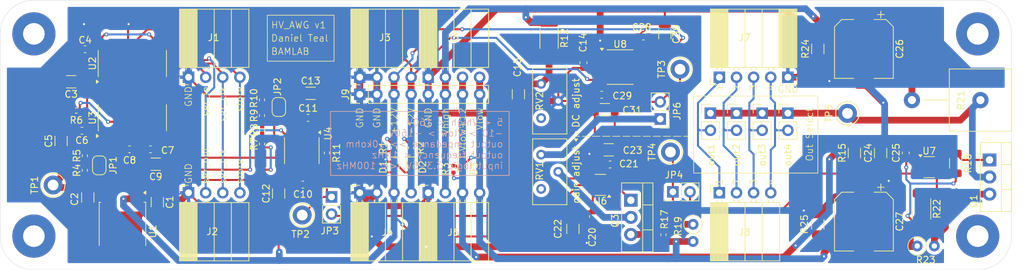
<source format=kicad_pcb>
(kicad_pcb (version 20240108) (generator "pcbnew") (generator_version "8.0")
  (title_block (title "HVAWG"))
  (layers (0 "F.Cu" signal) (31 "B.Cu" signal) (34 "B.Paste" user) (35 "F.Paste" user) (36 "B.SilkS" user "B.Silkscreen") (37 "F.SilkS" user "F.Silkscreen") (38 "B.Mask" user) (39 "F.Mask" user) (44 "Edge.Cuts" user))
  (net 0 "")
  (net 1 "GND")
  (net 2 "+12V")
  (net 3 "Net-(JP1-B)")
  (net 4 "-12V")
  (net 5 "Net-(U3-COMPEN)")
  (net 6 "Net-(U8A-+)")
  (net 7 "-100V")
  (net 8 "-100+12V")
  (net 9 "+100V")
  (net 10 "Net-(D1-A)")
  (net 11 "Net-(D2-K)")
  (net 12 "Net-(D3-A)")
  (net 13 "serial_in")
  (net 14 "shift_clock")
  (net 15 "store_clock")
  (net 16 "serial_out")
  (net 17 "Net-(J7-Pin_2)")
  (net 18 "Net-(J7-Pin_4)")
  (net 19 "Net-(J7-Pin_1)")
  (net 20 "Net-(J7-Pin_3)")
  (net 21 "Net-(JP1-A)")
  (net 22 "Net-(JP2-A)")
  (net 23 "Net-(JP2-B)")
  (net 24 "Net-(JP3-B)")
  (net 25 "dac_out")
  (net 26 "levelshift_out")
  (net 27 "Net-(JP4-B)")
  (net 28 "Net-(Q1-G)")
  (net 29 "Net-(Q3-G)")
  (net 30 "monitor_out")
  (net 31 "Net-(JP6-A)")
  (net 32 "Net-(JP10-A)")
  (net 33 "Net-(Q1-S)")
  (net 34 "Net-(Q3-D)")
  (net 35 "Net-(U3-VREF+)")
  (net 36 "Net-(U3-VREF-)")
  (net 37 "Net-(R7-Pad2)")
  (net 38 "Net-(R8-Pad2)")
  (net 39 "Net-(U4A--)")
  (net 42 "Net-(U2-QA)")
  (net 43 "Net-(U2-QE)")
  (net 44 "Net-(U2-QF)")
  (net 45 "Net-(U2-QC)")
  (net 46 "Net-(U2-QB)")
  (net 47 "Net-(U2-QD)")
  (net 48 "Net-(U2-QG)")
  (net 49 "Net-(U2-QH)")
  (footprint "Package_SO:SOIC-16_3.9x9.9mm_P1.27mm" (layer "F.Cu") (at 95.599 96.445 90)
    (property "Reference" "U3")
    (property "Value" "DAC0808LCMX/NOPB" (hide yes))
  )
  (footprint "Capacitor_SMD:C_1206_3216Metric" (layer "F.Cu") (at 86.531 91.105 180)
    (property "Reference" "C3")
    (property "Value" "10u" (hide yes))
  )
  (footprint "Resistor_THT:R_Axial_Power_L25.0mm_W9.0mm_P10.16mm_Vertical" (layer "F.Cu") (at 221.405 93.825 180)
    (property "Reference" "R21")
    (property "Value" "10k" (hide yes))
  )
  (footprint "TestPoint:TestPoint_Keystone_5005-5009_Compact" (layer "F.Cu") (at 175.427 101.529 90)
    (property "Reference" "TP4")
    (property "Value" "TestPoint" (hide yes))
  )
  (footprint "Package_TO_SOT_SMD:SOT-23-5" (layer "F.Cu") (at 165.037 106.396 180)
    (property "Reference" "U6")
    (property "Value" "LM8261" (hide yes))
  )
  (footprint "Resistor_SMD:R_2010_5025Metric" (layer "F.Cu") (at 212.679 109.959 -90)
    (property "Reference" "R22")
    (property "Value" "75" (hide yes))
  )
  (footprint "Resistor_SMD:R_0402_1005Metric" (layer "F.Cu") (at 114.833 93.793 90)
    (property "Reference" "R10")
    (property "Value" "2.7k" (hide yes))
  )
  (footprint "Resistor_SMD:R_0402_1005Metric" (layer "F.Cu") (at 134.42 100.899 -90)
    (property "Reference" "R1")
    (property "Value" "2.7k" (hide yes))
  )
  (footprint "LED_SMD:LED_0603_1608Metric" (layer "F.Cu") (at 134.42 103.749 -90)
    (property "Reference" "D1")
    (property "Value" "LED" (hide yes))
  )
  (footprint "Capacitor_SMD:C_1206_3216Metric" (layer "F.Cu") (at 122.055 92.817)
    (property "Reference" "C13")
    (property "Value" "10u" (hide yes))
  )
  (footprint "Library:PinSocket_1x04_P2.54mm_Horizontal_flipped" (layer "F.Cu") (at 190.3 90.43 -90)
    (property "Reference" "J7")
    (property "Value" "Conn_01x04_Pin" (hide yes))
  )
  (footprint "Library:PinSocket_1x04_P2.54mm_Horizontal_flipped" (layer "F.Cu") (at 147.12 90.43 -90)
    (property "Reference" "J5")
    (property "Value" "Conn_01x04_Pin" (hide yes))
  )
  (footprint "Capacitor_SMD:C_1206_3216Metric" (layer "F.Cu") (at 160.954 112.928 -90)
    (property "Reference" "C22")
    (property "Value" "10u" (hide yes))
  )
  (footprint "Resistor_SMD:R_0402_1005Metric" (layer "F.Cu") (at 136.96 100.899 90)
    (property "Reference" "R2")
    (property "Value" "2.7k" (hide yes))
  )
  (footprint "Potentiometer_THT:Potentiometer_Bourns_3296Y_Vertical" (layer "F.Cu") (at 156.245 101.915 90)
    (property "Reference" "RV1")
    (property "Value" "3k" (hide yes))
  )
  (footprint "Capacitor_SMD:C_0603_1608Metric" (layer "F.Cu") (at 210.327 101.663 90)
    (property "Reference" "C25")
    (property "Value" "100n" (hide yes))
  )
  (footprint "Package_TO_SOT_SMD:TO-252-2" (layer "F.Cu") (at 94.143 112.286 -90)
    (property "Reference" "U1")
    (property "Value" "L7805" (hide yes))
  )
  (footprint "Connector_PinHeader_2.54mm:PinHeader_1x08_P2.54mm_Vertical" (layer "F.Cu") (at 129.34 92.97 90)
    (property "Reference" "J9")
    (property "Value" "Conn_01x08_Pin" (hide yes))
  )
  (footprint "Capacitor_SMD:C_0603_1608Metric" (layer "F.Cu") (at 88.127 98.365 180)
    (property "Reference" "C6")
    (property "Value" "100n" (hide yes))
  )
  (footprint "Resistor_THT:R_Axial_DIN0207_L6.3mm_D2.5mm_P2.54mm_Vertical" (layer "F.Cu") (at 212.025 115.461)
    (property "Reference" "R23")
    (property "Value" "100" (hide yes))
  )
  (footprint "Connector_PinSocket_2.54mm:PinSocket_1x04_P2.54mm_Horizontal" (layer "F.Cu") (at 129.34 107.57 90)
    (property "Reference" "J4")
    (property "Value" "Conn_01x04_Pin" (hide yes))
  )
  (footprint "Package_SO:SOIC-16_3.9x9.9mm_P1.27mm" (layer "F.Cu") (at 95.599 88.395 90)
    (property "Reference" "U2")
    (property "Value" "74HC595D,110" (hide yes))
  )
  (footprint "Capacitor_SMD:C_0603_1608Metric" (layer "F.Cu") (at 120.905 106.363 180)
    (property "Reference" "C10")
    (property "Value" "100n" (hide yes))
  )
  (footprint "Capacitor_SMD:C_1206_3216Metric" (layer "F.Cu") (at 117.303 107.685 90)
    (property "Reference" "C12")
    (property "Value" "10u" (hide yes))
  )
  (footprint "Connector_PinHeader_2.54mm:PinHeader_1x02_P2.54mm_Vertical" (layer "F.Cu") (at 189.03 95.764)
    (property "Reference" "JP10" (hide yes))
    (property "Value" "Jumper_2_Open" (hide yes))
  )
  (footprint "Resistor_SMD:R_0402_1005Metric" (layer "F.Cu") (at 87.301 95.381 180)
    (property "Reference" "R6")
    (property "Value" "2.7k" (hide yes))
  )
  (footprint "Capacitor_SMD:C_1206_3216Metric" (layer "F.Cu") (at 206.599 101.663 90)
    (property "Reference" "C24")
    (property "Value" "10u" (hide yes))
  )
  (footprint "Resistor_SMD:R_0402_1005Metric" (layer "F.Cu") (at 174.385 113.801 -90)
    (property "Reference" "R17")
    (property "Value" "2.7k" (hide yes))
  )
  (footprint "Connector_PinSocket_2.54mm:PinSocket_1x04_P2.54mm_Horizontal" (layer "F.Cu") (at 182.68 107.57 90)
    (property "Reference" "J8")
    (property "Value" "Conn_01x04_Pin" (hide yes))
  )
  (footprint "Resistor_SMD:R_1206_3216Metric" (layer "F.Cu") (at 217.739 103.213 -90)
    (property "Reference" "R18")
    (property "Value" "1M" (hide yes))
  )
  (footprint "Connector_PinSocket_2.54mm:PinSocket_1x04_P2.54mm_Horizontal" (layer "F.Cu") (at 103.94 107.57 90)
    (property "Reference" "J2")
    (property "Value" "Conn_01x04_Pin" (hide yes))
  )
  (footprint "Resistor_SMD:R_0402_1005Metric" (layer "F.Cu") (at 124.469 101.665 -90)
    (property "Reference" "R11")
    (property "Value" "2.7k" (hide yes))
  )
  (footprint "MountingHole:MountingHole_3.2mm_M3_Pad" (layer "F.Cu") (at 221 114)
    (property "Reference" "H4" (hide yes))
    (property "Value" "MountingHole" (hide yes))
  )
  (footprint "Resistor_SMD:R_1206_3216Metric" (layer "F.Cu") (at 202.707 101.663 90)
    (property "Reference" "R15")
    (property "Value" "1M" (hide yes))
  )
  (footprint "Capacitor_SMD:C_0603_1608Metric" (layer "F.Cu") (at 95.191 101.121)
    (property "Reference" "C8")
    (property "Value" "100n" (hide yes))
  )
  (footprint "Package_TO_SOT_SMD:SOT-23-5" (layer "F.Cu") (at 213.805 103.773)
    (property "Reference" "U7")
    (property "Value" "LM8261" (hide yes))
  )
  (footprint "Resistor_SMD:R_0402_1005Metric" (layer "F.Cu") (at 114.861 98.265 90)
    (property "Reference" "R8")
    (property "Value" "2.7k" (hide yes))
  )
  (footprint "Resistor_SMD:R_0402_1005Metric" (layer "F.Cu") (at 143.236 104.05 90)
    (property "Reference" "R3")
    (property "Value" "2.7k" (hide yes))
  )
  (footprint "Connector_PinHeader_2.54mm:PinHeader_1x02_P2.54mm_Vertical" (layer "F.Cu") (at 185.22 95.764)
    (property "Reference" "JP9" (hide yes))
    (property "Value" "Jumper_2_Open" (hide yes))
  )
  (footprint "Capacitor_SMD:C_0603_1608Metric" (layer "F.Cu") (at 162.525 88.279 -90)
    (property "Reference" "C14")
    (property "Value" "100n" (hide yes))
  )
  (footprint "Jumper:SolderJumper-2_P1.3mm_Bridged_RoundedPad1.0x1.5mm" (layer "F.Cu") (at 117.341 94.847 -90)
    (property "Reference" "JP2")
    (property "Value" "SolderJumper_2_Bridged" (hide yes))
  )
  (footprint "MountingHole:MountingHole_3.2mm_M3_Pad" (layer "F.Cu") (at 81 84)
    (property "Reference" "H1" (hide yes))
    (property "Value" "MountingHole" (hide yes))
  )
  (footprint "Package_TO_SOT_THT:TO-220-3_Vertical" (layer "F.Cu") (at 169.551 108.679 -90)
    (property "Reference" "Q3")
    (property "Value" "IRF9610" (hide yes))
  )
  (footprint "Capacitor_SMD:C_1206_3216Metric" (layer "F.Cu") (at 88.997 108.267 -90)
    (property "Reference" "C2")
    (property "Value" "10u" (hide yes))
  )
  (footprint "Capacitor_SMD:C_1206_3216Metric" (layer "F.Cu") (at 152.871 92.955 -90)
    (property "Reference" "C15")
    (property "Value" "10u" (hide yes))
  )
  (footprint "Connector_PinHeader_2.54mm:PinHeader_1x02_P2.54mm_Vertical" (layer "F.Cu") (at 192.84 95.764)
    (property "Reference" "JP11" (hide yes))
    (property "Value" "Jumper_2_Open" (hide yes))
  )
  (footprint "Capacitor_SMD:C_1206_3216Metric" (layer "F.Cu") (at 166.262 101.2 180)
    (property "Reference" "C23")
    (property "Value" "10u" (hide yes))
  )
  (footprint "Capacitor_SMD:C_1206_3216Metric" (layer "F.Cu") (at 165.687 95.241 180)
    (property "Reference" "C31")
    (property "Value" "10u" (hide yes))
  )
  (footprint "Connector_PinHeader_2.54mm:PinHeader_1x02_P2.54mm_Vertical" (layer "F.Cu") (at 175.785 107.435 90)
    (property "Reference" "JP4")
    (property "Value" "Jumper_2_Bridged" (hide yes))
  )
  (footprint "TestPoint:TestPoint_Keystone_5005-5009_Compact" (layer "F.Cu") (at 201.685 95.79 90)
    (property "Reference" "TP5")
    (property "Value" "TestPoint" (hide yes))
  )
  (footprint "Capacitor_SMD:C_0603_1608Metric" (layer "F.Cu") (at 121.677 96.457)
    (property "Reference" "C11")
    (property "Value" "100n" (hide yes))
  )
  (footprint "Resistor_SMD:R_2010_5025Metric" (layer "F.Cu") (at 157.419 84.629 -90)
    (property "Reference" "R12")
    (property "Value" "110k")
  )
  (footprint "Jumper:SolderJumper-2_P1.3mm_Open_RoundedPad1.0x1.5mm" (layer "F.Cu") (at 90.697 103.503 -90)
    (property "Reference" "JP1")
    (property "Value" "SolderJumper_2_Open" (hide yes))
  )
  (footprint "Package_TO_SOT_THT:TO-220-3_Vertical" (layer "F.Cu") (at 222.755 102.695 -90)
    (property "Reference" "Q1")
    (property "Value" "IRF730" (hide yes))
  )
  (footprint "Resistor_THT:R_Axial_DIN0207_L6.3mm_D2.5mm_P2.54mm_Vertical" (layer "F.Cu") (at 178.779 112.251 -90)
    (property "Reference" "R19")
    (property "Value" "100" (hide yes))
  )
  (footprint "Package_SO:SOIC-8_3.9x4.9mm_P1.27mm" (layer "F.Cu") (at 167.963 88.925)
    (property "Reference" "U8")
    (property "Value" "NE5532" (hide yes))
  )
  (footprint "Potentiometer_THT:Potentiometer_Bourns_3296Y_Vertical" (layer "F.Cu") (at 156.245 91.415 90)
    (property "Reference" "RV2")
    (property "Value" "1k" (hide yes))
  )
  (footprint "Connector_PinHeader_2.54mm:PinHeader_1x02_P2.54mm_Vertical" (layer "F.Cu") (at 173.905 96.627 180)
    (property "Reference" "JP6")
    (property "Value" "Jumper_2_Bridged" (hide yes))
  )
  (footprint "Connector_PinHeader_2.54mm:PinHeader_1x02_P2.54mm_Vertical" (layer "F.Cu") (at 181.35 95.764)
    (property "Reference" "JP8" (hide yes))
    (property "Value" "Jumper_2_Open" (hide yes))
  )
  (footprint "Capacitor_SMD:C_1206_3216Metric" (layer "F.Cu") (at 99.311 108.959 -90)
    (property "Reference" "C1")
    (property "Value" "10u" (hide yes))
  )
  (footprint "Capacitor_SMD:C_0603_1608Metric" (layer "F.Cu") (at 88.603 86.283 180)
    (property "Reference" "C4")
    (property "Value" "100n" (hide yes))
  )
  (footprint "Capacitor_SMD:C_1206_3216Metric" (layer "F.Cu") (at 99.079 103.329 180)
    (property "Reference" "C9")
    (property "Value" "10u" (hide yes))
  )
  (footprint "Connector_PinSocket_2.54mm:PinSocket_1x04_P2.54mm_Horizontal" (layer "F.Cu") (at 139.5 107.57 90)
    (property "Reference" "J6")
    (property "Value" "Conn_01x04_Pin" (hide yes))
  )
  (footprint "Capacitor_SMD:CP_Elec_8x10.5" (layer "F.Cu") (at 204.12 111.847 -90)
    (property "Reference" "C27")
    (property "Value" "4.7u" (hide yes))
  )
  (footprint "LED_SMD:LED_0603_1608Metric" (layer "F.Cu") (at 144.58 103.749 -90)
    (property "Reference" "D3")
    (property "Value" "LED" (hide yes))
  )
  (footprint "Capacitor_SMD:C_0603_1608Metric" (layer "F.Cu") (at 171.401 84.387 180)
    (property "Reference" "C28")
    (property "Value" "100n" (hide yes))
  )
  (footprint "Resistor_SMD:R_0402_1005Metric" (layer "F.Cu") (at 88.551 104.237 90)
    (property "Reference" "R4")
    (property "Value" "2.7k" (hide yes))
  )
  (footprint "Capacitor_SMD:C_1206_3216Metric" (layer "F.Cu") (at 85.035 99.891 90)
    (property "Reference" "C5")
    (property "Value" "10u" (hide yes))
  )
  (footprint "Capacitor_SMD:C_1206_3216Metric" (layer "F.Cu") (at 174.593 84.033 90)
    (property "Reference" "C30")
    (property "Value" "10u" (hide yes))
  )
  (footprint "MountingHole:MountingHole_3.2mm_M3_Pad" (layer "F.Cu") (at 81 114)
    (property "Reference" "H2" (hide yes))
    (property "Value" "MountingHole" (hide yes))
  )
  (footprint "Library:PinSocket_1x04_P2.54mm_Horizontal_flipped" (layer "F.Cu") (at 136.96 90.43 -90)
    (property "Reference" "J3")
    (property "Value" "Conn_01x04_Pin" (hide yes))
  )
  (footprint "LED_SMD:LED_0603_1608Metric" (layer "F.Cu") (at 136.96 103.749 -90)
    (property "Reference" "D2")
    (property "Value" "LED" (hide yes))
  )
  (footprint "TestPoint:TestPoint_Keystone_5005-5009_Compact" (layer "F.Cu") (at 83.853 106.425 90)
    (property "Reference" "TP1")
    (property "Value" "TestPoint" (hide yes))
  )
  (footprint "TestPoint:TestPoint_Keystone_5005-5009_Compact" (layer "F.Cu") (at 176.845 89.249 90)
    (property "Reference" "TP3")
    (property "Value" "TestPoint" (hide yes))
  )
  (footprint "Resistor_SMD:R_1206_3216Metric" (layer "F.Cu") (at 197.282 86.224 -90)
    (property "Reference" "R24")
    (property "Value" "1M" (hide yes))
  )
  (footprint "Package_SO:SOIC-8_3.9x4.9mm_P1.27mm" (layer "F.Cu") (at 120.743 101.321 -90)
    (property "Reference" "U4")
    (property "Value" "NE5532" (hide yes))
  )
  (footprint "Resistor_SMD:R_0402_1005Metric" (layer "F.Cu") (at 114.831 96.111 90)
    (property "Reference" "R9")
    (property "Value" "2.7k" (hide yes))
  )
  (footprint "Capacitor_SMD:C_0603_1608Metric" (layer "F.Cu") (at 165.233 93.033 180)
    (property "Reference" "C29")
    (property "Value" "100n" (hide yes))
  )
  (footprint "Connector_PinSocket_2.54mm:PinSocket_1x01_P2.54mm_Horizontal" (layer "F.Cu") (at 192.84 90.43 -90)
    (property "Reference" "J10" (hide yes))
    (property "Value" "Conn_01x01_Pin" (hide yes))
  )
  (footprint "Capacitor_SMD:C_0603_1608Metric" (layer "F.Cu") (at 166.472 103.368 180)
    (property "Reference" "C21")
    (property "Value" "100n" (hide yes))
  )
  (footprint "Capacitor_SMD:C_0603_1608Metric" (layer "F.Cu") (at 163.924 111.098 -90)
    (property "Reference" "C20")
    (property "Value" "100n" (hide yes))
  )
  (footprint "Capacitor_SMD:CP_Elec_8x10.5" (layer "F.Cu") (at 204.12 86.237 -90)
    (property "Reference" "C26")
    (property "Value" "4.7u" (hide yes))
  )
  (footprint "Connector_PinHeader_2.54mm:PinHeader_1x02_P2.54mm_Vertical" (layer "F.Cu") (at 125.151 108.187)
    (property "Reference" "JP3")
    (property "Value" "Jumper_2_Bridged" (hide yes))
  )
  (footprint "Resistor_SMD:R_0402_1005Metric" (layer "F.Cu") (at 114.843 100.329 90)
    (property "Reference" "R7")
    (property "Value" "2.7k" (hide yes))
  )
  (footprint "Capacitor_SMD:C_0603_1608Metric" (layer "F.Cu") (at 98.301 101.121 180)
    (property "Reference" "C7")
    (property "Value" "100n" (hide yes))
  )
  (footprint "Resistor_SMD:R_1206_3216Metric" (layer "F.Cu") (at 197.282 112.243 -90)
    (property "Reference" "R25")
    (property "Value" "1M" (hide yes))
  )
  (footprint "TestPoint:TestPoint_Keystone_5005-5009_Compact" (layer "F.Cu") (at 120.805 110.879)
    (property "Reference" "TP2")
    (property "Value" "TestPoint" (hide yes))
  )
  (footprint "Resistor_SMD:R_0402_1005Metric" (layer "F.Cu") (at 88.551 102.075 90)
    (property "Reference" "R5")
    (property "Value" "2.7k" (hide yes))
  )
  (footprint "MountingHole:MountingHole_3.2mm_M3_Pad" (layer "F.Cu") (at 221 84)
    (property "Reference" "H3" (hide yes))
    (property "Value" "MountingHole" (hide yes))
  )
  (footprint "Library:PinSocket_1x04_P2.54mm_Horizontal_flipped" (layer "F.Cu") (at 111.56 90.43 -90)
    (property "Reference" "J1")
    (property "Value" "Conn_01x04_Pin" (hide yes))
  )
  (gr_rect (start 125 95.5) (end 151.5 105) (stroke (width 0.1)) (fill none) (layer "B.SilkS"))
  (gr_rect (start 115.624 81.232) (end 125.53 88.052) (stroke (width 0.1)) (fill none) (layer "F.SilkS"))
  (gr_rect (start 178.87 93.224) (end 197.285 104.654) (stroke (width 0.1)) (fill none) (layer "F.SilkS"))
  (gr_poly (pts (xy 161.163 98.806) (xy 161.671 98.806) (xy 161.417 98.425)) (stroke (width 0.1)) (fill solid) (layer "F.SilkS"))
  (gr_poly (pts (xy 161.163 99.568) (xy 161.671 99.568) (xy 161.417 99.949)) (stroke (width 0.1)) (fill solid) (layer "F.SilkS"))
  (gr_line (start 160.8582 99.187) (end 178.1302 99.187) (stroke (width 0.1) (type dash)) (layer "F.SilkS"))
  (gr_arc (start 76 84) (mid 77.464466 80.464466) (end 81 79) (stroke (width 0.05)) (layer "Edge.Cuts"))
  (gr_line (start 226 84) (end 226 114) (stroke (width 0.05)) (layer "Edge.Cuts"))
  (gr_arc (start 226 114) (mid 224.535534 117.535534) (end 221 119) (stroke (width 0.05)) (layer "Edge.Cuts"))
  (gr_line (start 221 119) (end 81 119) (stroke (width 0.05)) (layer "Edge.Cuts"))
  (gr_line (start 76 84) (end 76 114) (stroke (width 0.05)) (layer "Edge.Cuts"))
  (gr_line (start 81 79) (end 221 79) (stroke (width 0.05)) (layer "Edge.Cuts"))
  (gr_arc (start 81 119) (mid 77.464466 117.535534) (end 76 114) (stroke (width 0.05)) (layer "Edge.Cuts"))
  (gr_arc (start 221 79) (mid 224.535534 80.464466) (end 226 84) (stroke (width 0.05)) (layer "Edge.Cuts"))
  (gr_text "5 < Vhigh < 160V\n-10 > Vlow > -160V\noutput impedance >> 10kohm\noutput frequency < 1MHz\ninput logic 3.3-5V, << 100MHz" (at 150.668 104.146 0) (layer "B.SilkS") (effects (font (size 1 1) (thickness 0.1)) (justify left bottom mirror)))
  (gr_text "1" (at 182.68 105.44 90) (layer "F.SilkS") (effects (font (size 1 1) (thickness 0.1)) (justify right)))
  (gr_text "ser_clk" (at 109.02 106.305 90) (layer "F.SilkS") (effects (font (size 1 1) (thickness 0.1)) (justify left)))
  (gr_text "store" (at 111.56 106.305 90) (layer "F.SilkS") (effects (font (size 1 1) (thickness 0.1)) (justify left)))
  (gr_text "1" (at 182.68 91.44 90) (layer "F.SilkS") (effects (font (size 1 1) (thickness 0.1)) (justify right)))
  (gr_text "ser_in" (at 106.48 91.7 90) (layer "F.SilkS") (effects (font (size 1 1) (thickness 0.1)) (justify right)))
  (gr_text "out4" (at 192.84 100.209 90) (layer "F.SilkS") (effects (font (size 1 1)) (justify right)))
  (gr_text "Out Select" (at 196.65 98.939 90) (layer "F.SilkS") (effects (font (size 1 1) (thickness 0.1)) (justify bottom)))
  (gr_text "GND" (at 194.44 92.24 0) (layer "F.SilkS") (effects (font (size 1 1) (thickness 0.1)) (justify right)))
  (gr_text "gain adjust" (at 162 109.262 90) (layer "F.SilkS") (effects (font (size 1 1)) (justify left bottom)))
  (gr_text "3" (at 187.76 91.44 90) (layer "F.SilkS") (effects (font (size 1 1) (thickness 0.1)) (justify right)))
  (gr_text "-12V" (at 136.96 94.875 90) (layer "F.SilkS") (effects (font (size 1 1) (thickness 0.1)) (justify right)))
  (gr_text "out3" (at 189.03 100.209 90) (layer "F.SilkS") (effects (font (size 1 1)) (justify right)))
  (gr_text "ser_clk" (at 109.02 91.7 90) (layer "F.SilkS") (effects (font (size 1 1) (thickness 0.1)) (justify right)))
  (gr_text "GND" (at 129.34 94.875 90) (layer "F.SilkS") (effects (font (size 1 1) (thickness 0.1)) (justify right)))
  (gr_text "out2" (at 185.22 100.209 90) (layer "F.SilkS") (effects (font (size 1 1)) (justify right)))
  (gr_text "+12V" (at 134.42 94.875 90) (layer "F.SilkS") (effects (font (size 1 1) (thickness 0.1)) (justify right)))
  (gr_text "DC adjust" (at 162 98.008 90) (layer "F.SilkS") (effects (font (size 1 1)) (justify left bottom)))
  (gr_text "GND" (at 131.88 94.875 90) (layer "F.SilkS") (effects (font (size 1 1) (thickness 0.1)) (justify right)))
  (gr_text "GND" (at 103.94 106.305 90) (layer "F.SilkS") (effects (font (size 1 1) (thickness 0.1)) (justify left)))
  (gr_text "GND" (at 139.5 94.875 90) (layer "F.SilkS") (effects (font (size 1 1) (thickness 0.1)) (justify right)))
  (gr_text "4" (at 190.3 91.44 90) (layer "F.SilkS") (effects (font (size 1 1) (thickness 0.1)) (justify right)))
  (gr_text "HV_AWG v1" (at 116.132 83.264 0) (layer "F.SilkS") (effects (font (size 1 1) (thickness 0.1)) (justify left bottom)))
  (gr_text "GND" (at 103.94 91.7 90) (layer "F.SilkS") (effects (font (size 1 1) (thickness 0.1)) (justify right)))
  (gr_text "store" (at 111.56 91.7 90) (layer "F.SilkS") (effects (font (size 1 1) (thickness 0.1)) (justify right)))
  (gr_text "BAMLAB" (at 116.132 87.188 0) (layer "F.SilkS") (effects (font (size 1 1) (thickness 0.1)) (justify left bottom)))
  (gr_text "Daniel Teal" (at 116.132 85.226 0) (layer "F.SilkS") (effects (font (size 1 1) (thickness 0.1)) (justify left bottom)))
  (gr_text "Vhigh" (at 142.04 94.875 90) (layer "F.SilkS") (effects (font (size 1 1) (thickness 0.1)) (justify right)))
  (gr_text "out1" (at 181.41 100.209 90) (layer "F.SilkS") (effects (font (size 1 1)) (justify right)))
  (gr_text "4" (at 190.3 105.44 90) (layer "F.SilkS") (effects (font (size 1 1) (thickness 0.1)) (justify right)))
  (gr_text "Vlow+12" (at 144.58 94.875 90) (layer "F.SilkS") (effects (font (size 1 1) (thickness 0.1)) (justify right)))
  (gr_text "2" (at 185.22 105.44 90) (layer "F.SilkS") (effects (font (size 1 1) (thickness 0.1)) (justify right)))
  (gr_text "Vlow" (at 147.12 94.875 90) (layer "F.SilkS") (effects (font (size 1 1) (thickness 0.1)) (justify right)))
  (gr_text "3" (at 187.76 105.44 90) (layer "F.SilkS") (effects (font (size 1 1) (thickness 0.1)) (justify right)))
  (gr_text "2" (at 185.22 91.44 90) (layer "F.SilkS") (effects (font (size 1 1) (thickness 0.1)) (justify right)))
  (gr_text "ser_out" (at 106.48 106.305 90) (layer "F.SilkS") (effects (font (size 1 1) (thickness 0.1)) (justify left)))
  (segment (start 114.833 93.283) (end 106.793 93.283) (width 0.3) (layer "F.Cu") (net 1))
  (segment (start 133.4895 102.9615) (end 133.15 102.622) (width 0.3) (layer "F.Cu") (net 1))
  (segment (start 97.105 110.434) (end 95.668 111.871) (width 1) (layer "F.Cu") (net 1))
  (segment (start 162.525 89.054) (end 160.946 89.054) (width 0.3) (layer "F.Cu") (net 1))
  (segment (start 139.5 108.5) (end 138.5 109.5) (width 1) (layer "F.Cu") (net 1))
  (segment (start 129.187 92.817) (end 129.34 92.97) (width 0.3) (layer "F.Cu") (net 1))
  (segment (start 174.593 80.433) (end 174.5 80.34) (width 0.3) (layer "F.Cu") (net 1))
  (segment (start 131.88 107.57) (end 130.635 108.815) (width 1) (layer "F.Cu") (net 1))
  (segment (start 85.086 98.365) (end 85.035 98.416) (width 0.3) (layer "F.Cu") (net 1))
  (segment (start 159.781 115.576) (end 160.357 115) (width 1) (layer "F.Cu") (net 1))
  (segment (start 164.212 95.241) (end 163.259 95.241) (width 0.3) (layer "F.Cu") (net 1))
  (segment (start 97.504 97.374) (end 98.098 96.78) (width 0.3) (layer "F.Cu") (net 1))
  (segment (start 100.384 96.78) (end 101.4 95.764) (width 0.3) (layer "F.Cu") (net 1))
  (segment (start 134.42 102.9615) (end 133.4895 102.9615) (width 0.3) (layer "F.Cu") (net 1))
  (segment (start 129.34 90.43) (end 129.34 92.97) (width 1) (layer "F.Cu") (net 1))
  (segment (start 174.593 82.558) (end 174.593 80.433) (width 0.3) (layer "F.Cu") (net 1))
  (segment (start 198.39775 88.80225) (end 197.282 87.6865) (width 1) (layer "F.Cu") (net 1))
  (segment (start 97.504 98.92) (end 97.504 97.374) (width 0.3) (layer "F.Cu") (net 1))
  (segment (start 163.259 95.241) (end 161.973 93.955) (width 0.3) (layer "F.Cu") (net 1))
  (segment (start 139.5 94.748) (end 139.5 92.97) (width 1) (layer "F.Cu") (net 1))
  (segment (start 165 80.34) (end 165 85) (width 1) (layer "F.Cu") (net 1))
  (segment (start 174.5 80.34) (end 192.34 80.34) (width 1) (layer "F.Cu") (net 1))
  (segment (start 153.346 93.955) (end 152.871 94.43) (width 1) (layer "F.Cu") (net 1))
  (segment (start 97.526 103.251) (end 97.604 103.329) (width 0.3) (layer "F.Cu") (net 1))
  (segment (start 85.185 95.381) (end 85.056 95.51) (width 0.3) (layer "F.Cu") (net 1))
  (segment (start 85.056 98.395) (end 85.035 98.416) (width 1) (layer "F.Cu") (net 1))
  (segment (start 99.311 110.434) (end 101.076 110.434) (width 1) (layer "F.Cu") (net 1))
  (segment (start 161.973 93.955) (end 158.785 93.955) (width 0.3) (layer "F.Cu") (net 1))
  (segment (start 194.4 82.4) (end 194.4 84.8045) (width 1) (layer "F.Cu") (net 1))
  (segment (start 199.5325 89.937) (end 198.39775 88.80225) (width 1) (layer "F.Cu") (net 1))
  (segment (start 123.53 92.817) (end 123.53 93.192) (width 0.3) (layer "F.Cu") (net 1))
  (segment (start 139.5 107.57) (end 139.5 108.5) (width 1) (layer "F.Cu") (net 1))
  (segment (start 164.212 93.279) (end 164.458 93.033) (width 0.3) (layer "F.Cu") (net 1))
  (segment (start 85.056 91.105) (end 85.056 95.51) (width 1) (layer "F.Cu") (net 1))
  (segment (start 98.098 96.78) (end 100.384 96.78) (width 0.3) (layer "F.Cu") (net 1))
  (segment (start 117.456 106.363) (end 117.303 106.21) (width 1) (layer "F.Cu") (net 1))
  (segment (start 132.642 115.576) (end 159.781 115.576) (width 1) (layer "F.Cu") (net 1))
  (segment (start 206.467 105.8) (end 204.12 108.147) (width 1) (layer "F.Cu") (net 1))
  (segment (start 113.779 109.734) (end 106.104 109.734) (width 0.3) (layer "F.Cu") (net 1))
  (segment (start 150.871 94.43) (end 149.537 95.764) (width 1) (layer "F.Cu") (net 1))
  (segment (start 139.5 90.43) (end 139.5 92.97) (width 1) (layer "F.Cu") (net 1))
  (segment (start 131.118 114.052) (end 132.642 115.576) (width 1) (layer "F.Cu") (net 1))
  (segment (start 94.964 85.92) (end 94.964 82.642) (width 0.3) (layer "F.Cu") (net 1))
  (segment (start 123.53 93.192) (end 122.452 94.27) (width 0.3) (layer "F.Cu") (net 1))
  (segment (start 160.357 115) (end 163 115) (width 1) (layer "F.Cu") (net 1))
  (segment (start 87.828 83.174) (end 87.828 86.283) (width 1) (layer "F.Cu") (net 1))
  (segment (start 97.526 101.121) (end 97.526 103.251) (width 0.3) (layer "F.Cu") (net 1))
  (segment (start 140.516 95.764) (end 139.5 94.748) (width 1) (layer "F.Cu") (net 1))
  (segment (start 149.537 95.764) (end 140.516 95.764) (width 1) (layer "F.Cu") (net 1))
  (segment (start 99.311 110.434) (end 97.105 110.434) (width 1) (layer "F.Cu") (net 1))
  (segment (start 131.88 90.43) (end 131.88 92.97) (width 1) (layer "F.Cu") (net 1))
  (segment (start 130.635 108.865) (end 129.34 107.57) (width 1) (layer "F.Cu") (net 1))
  (segment (start 192.34 80.34) (end 194.4 82.4) (width 1) (layer "F.Cu") (net 1))
  (segment (start 204.12 89.937) (end 204.12 91.32) (width 1) (layer "F.Cu") (net 1))
  (segment (start 106.734 93.224) (end 103.94 90.43) (width 0.3) (layer "F.Cu") (net 1))
  (segment (start 138.5 109.5) (end 131.27 109.5) (width 1) (layer "F.Cu") (net 1))
  (segment (start 158.785 93.955) (end 153.346 93.955) (width 1) (layer "F.Cu") (net 1))
  (segment (start 174.5 80.34) (end 167.186 80.34) (width 1) (layer "F.Cu") (net 1))
  (segment (start 199.5325 89.937) (end 199.5325 90.4675) (width 1) (layer "F.Cu") (net 1))
  (segment (start 106.793 93.283) (end 106.734 93.224) (width 0.3) (layer "F.Cu") (net 1))
  (segment (start 101.4 92.226) (end 100.044 90.87) (width 0.3) (layer "F.Cu") (net 1))
  (segment (start 197.282 110.7805) (end 195.7805 110.7805) (width 1) (layer "F.Cu") (net 1))
  (segment (start 88.446 82.556) (end 87.828 83.174) (width 1) (layer "F.Cu") (net 1))
  (segment (start 85.056 89.055) (end 85.056 91.105) (width 1) (layer "F.Cu") (net 1))
  (segment (start 130.635 108.815) (end 130.635 108.865) (width 1) (layer "F.Cu") (net 1))
  (segment (start 87.828 86.283) (end 85.056 89.055) (width 1) (layer "F.Cu") (net 1))
  (segment (start 170.626 84.387) (end 172.455 82.558) (width 0.3) (layer "F.Cu") (net 1))
  (segment (start 120.13 106.363) (end 117.456 106.363) (width 1) (layer "F.Cu") (net 1))
  (segment (start 85.056 95.51) (end 85.056 98.395) (width 1) (layer "F.Cu") (net 1))
  (segment (start 90.489 109.742) (end 92.618 111.871) (width 1) (layer "F.Cu") (net 1))
  (segment (start 136.96 104.5365) (end 135.995 104.5365) (width 0.3) (layer "F.Cu") (net 1))
  (segment (start 194.4 84.8045) (end 197.282 87.6865) (width 1) (layer "F.Cu") (net 1))
  (segment (start 87.352 98.365) (end 85.086 98.365) (width 0.3) (layer "F.Cu") (net 1))
  (segment (start 123.53 92.817) (end 129.187 92.817) (width 0.3) (layer "F.Cu") (net 1))
  (segment (start 106.104 109.734) (end 103.94 107.57) (width 0.3) (layer "F.Cu") (net 1))
  (segment (start 152.871 94.43) (end 150.871 94.43) (width 1) (layer "F.Cu") (net 1))
  (segment (start 149.59 80.34) (end 139.5 90.43) (width 1) (layer "F.Cu") (net 1))
  (segment (start 100.044 90.87) (end 100.484 90.43) (width 0.3) (layer "F.Cu") (net 1))
  (segment (start 164.187 101.8) (end 164.787 101.2) (width 1) (layer "F.Cu") (net 1))
  (segment (start 164.212 100.625) (end 164.787 101.2) (width 0.3) (layer "F.Cu") (net 1))
  (segment (start 199.9155 108.147) (end 197.282 110.7805) (width 1) (layer "F.Cu") (net 1))
  (segment (start 204.12 108.147) (end 199.9155 108.147) (width 1) (layer "F.Cu") (net 1))
  (segment (start 117.303 106.21) (end 113.779 109.734) (width 0.3) (layer "F.Cu") (net 1))
  (segment (start 88.997 109.742) (end 90.489 109.742) (width 1) (layer "F.Cu") (net 1))
  (segment (start 86.791 95.381) (end 85.185 95.381) (width 0.3) (layer "F.Cu") (net 1))
  (segment (start 164.212 95.241) (end 164.212 100.625) (width 0.3) (layer "F.Cu") (net 1))
  (segment (start 97.504 98.92) (end 97.504 101.099) (width 0.3) (layer "F.Cu") (net 1))
  (segment (start 94.964 82.642) (end 95.05 82.556) (width 0.3) (layer "F.Cu") (net 1))
  (segment (start 167.186 80.34) (end 165 80.34) (width 1) (layer "F.Cu") (net 1))
  (segment (start 165 80.34) (end 149.59 80.34) (width 1) (layer "F.Cu") (net 1))
  (segment (start 199.5325 90.4675) (end 199 91) (width 1) (layer "F.Cu") (net 1))
  (segment (start 204.12 89.937) (end 199.5325 89.937) (width 1) (layer "F.Cu") (net 1))
  (segment (start 196.77 90.43) (end 198.39775 88.80225) (width 1) (layer "F.Cu") (net 1))
  (segment (start 158.785 91.215) (end 158.785 93.955) (width 0.3) (layer "F.Cu") (net 1))
  (segment (start 172.455 82.558) (end 174.593 82.558) (width 0.3) (layer "F.Cu") (net 1))
  (segment (start 159.781 115.576) (end 160.954 114.403) (width 1) (layer "F.Cu") (net 1))
  (segment (start 195.7805 110.7805) (end 195.2 110.2) (width 1) (layer "F.Cu") (net 1))
  (segment (start 160.954 114.403) (end 163.484 111.873) (width 0.3) (layer "F.Cu") (net 1))
  (segment (start 163.4 101.8) (end 164.187 101.8) (width 1) (layer "F.Cu") (net 1))
  (segment (start 160.946 89.054) (end 158.785 91.215) (width 0.3) (layer "F.Cu") (net 1))
  (segment (start 204.12 91.32) (end 207 94.2) (width 1) (layer "F.Cu") (net 1))
  (segment (start 101.076 110.434) (end 103.94 107.57) (width 1) (layer "F.Cu") (net 1))
  (segment (start 100.484 90.43) (end 103.94 90.43) (width 0.3) (layer "F.Cu") (net 1))
  (segment (start 122.452 94.27) (end 122.452 96.457) (width 0.3) (layer "F.Cu") (net 1))
  (segment (start 164.212 95.241) (end 164.212 93.279) (width 0.3) (layer "F.Cu") (net 1))
  (segment (start 207.8 105.8) (end 206.467 105.8) (width 1) (layer "F.Cu") (net 1))
  (segment (start 192.84 90.43) (end 196.77 90.43) (width 1) (layer "F.Cu") (net 1))
  (segment (start 131.27 109.5) (end 130.635 108.865) (width 1) (layer "F.Cu") (net 1))
  (segment (start 164.787 101.2) (end 164.787 102.458) (width 0.3) (layer "F.Cu") (net 1))
  (segment (start 164.787 102.458) (end 165.697 103.368) (width 0.3) (layer "F.Cu") (net 1))
  (segment (start 101.4 95.764) (end 101.4 92.226) (width 0.3) (layer "F.Cu") (net 1))
  (segment (start 163.484 111.873) (end 163.924 111.873) (width 0.3) (layer "F.Cu") (net 1))
  (segment (start 97.504 101.099) (end 97.526 101.121) (width 0.3) (layer "F.Cu") (net 1))
  (segment (start 135.995 104.5365) (end 134.42 102.9615) (width 0.3) (layer "F.Cu") (net 1))
  (via (at 139.2 115.576) (size 0.6) (drill 0.3) (layers "F.Cu" "B.Cu") (net 1))
  (via (at 163 115) (size 0.6) (drill 0.3) (layers "F.Cu" "B.Cu") (net 1))
  (via (at 163.4 101.8) (size 0.6) (drill 0.3) (layers "F.Cu" "B.Cu") (net 1))
  (via (at 207 94.2) (size 0.6) (drill 0.3) (layers "F.Cu" "B.Cu") (net 1))
  (via (at 131.118 114.052) (size 0.6) (drill 0.3) (layers "F.Cu" "B.Cu") (net 1))
  (via (at 195.2 110.2) (size 0.6) (drill 0.3) (layers "F.Cu" "B.Cu") (net 1))
  (via (at 95.05 82.556) (size 0.6) (drill 0.3) (layers "F.Cu" "B.Cu") (net 1))
  (via (at 88.446 82.556) (size 0.6) (drill 0.3) (layers "F.Cu" "B.Cu") (net 1))
  (via (at 199 91) (size 0.6) (drill 0.3) (layers "F.Cu" "B.Cu") (net 1))
  (via (at 165 85) (size 0.6) (drill 0.3) (layers "F.Cu" "B.Cu") (net 1))
  (via (at 207.8 105.8) (size 0.6) (drill 0.3) (layers "F.Cu" "B.Cu") (net 1))
  (via (at 133.15 102.622) (size 0.6) (drill 0.3) (layers "F.Cu" "B.Cu") (net 1))
  (segment (start 175.45 110.2) (end 167.05 101.8) (width 1) (layer "B.Cu") (net 1))
  (segment (start 131.88 92.97) (end 131.88 102.622) (width 1) (layer "B.Cu") (net 1))
  (segment (start 167.05 101.8) (end 163.4 101.8) (width 1) (layer "B.Cu") (net 1))
  (segment (start 139.5 105.162) (end 139.5 107.57) (width 1) (layer "B.Cu") (net 1))
  (segment (start 126.546 85.604) (end 129.34 88.398) (width 1) (layer "B.Cu") (net 1))
  (segment (start 204 91) (end 199 91) (width 1) (layer "B.Cu") (net 1))
  (segment (start 103.94 90.43) (end 103.94 88.398) (width 1) (layer "B.Cu") (net 1))
  (segment (start 177.2 110.2) (end 175.45 110.2) (width 1) (layer "B.Cu") (net 1))
  (segment (start 207.2 94.4) (end 207.2 105.2) (width 1) (layer "B.Cu") (net 1))
  (segment (start 129.34 92.97) (end 129.34 107.57) (width 1) (layer "B.Cu") (net 1))
  (segment (start 131.88 90.43) (end 129.34 90.43) (width 1) (layer "B.Cu") (net 1))
  (segment (start 129.34 88.398) (end 129.34 90.43) (width 1) (layer "B.Cu") (net 1))
  (segment (start 95.05 82.556) (end 88.446 82.556) (width 1) (layer "B.Cu") (net 1))
  (segment (start 139.5 87.128) (end 137.976 85.604) (width 1) (layer "B.Cu") (net 1))
  (segment (start 103.94 85.35) (end 106.48 85.35) (width 1) (layer "B.Cu") (net 1))
  (segment (start 133.15 102.622) (end 131.88 102.622) (width 0.3) (layer "B.Cu") (net 1))
  (segment (start 129.34 112.274) (end 131.118 114.052) (width 1) (layer "B.Cu") (net 1))
  (segment (start 101.146 82.556) (end 95.05 82.556) (width 1) (layer "B.Cu") (net 1))
  (segment (start 103.94 90.43) (end 103.94 107.57) (width 1) (layer "B.Cu") (net 1))
  (segment (start 129.34 92.97) (end 131.88 92.97) (width 1) (layer "B.Cu") (net 1))
  (segment (start 131.88 102.622) (end 131.88 107.57) (width 1) (layer "B.Cu") (net 1))
  (segment (start 129.34 107.57) (end 131.88 107.57) (width 1) (layer "B.Cu") (net 1))
  (segment (start 139.5 90.43) (end 139.5 87.128) (width 1) (layer "B.Cu") (net 1))
  (segment (start 137.976 85.604) (end 126.546 85.604) (width 1) (layer "B.Cu") (net 1))
  (segment (start 139.5 92.97) (end 139.5 105.162) (width 1) (layer "B.Cu") (net 1))
  (segment (start 129.34 107.57) (end 129.34 112.274) (width 1) (layer "B.Cu") (net 1))
  (segment (start 207 94) (end 204 91) (width 1) (layer "B.Cu") (net 1))
  (segment (start 103.94 85.35) (end 101.146 82.556) (width 1) (layer "B.Cu") (net 1))
  (segment (start 106.48 85.35) (end 106.734 85.604) (width 1) (layer "B.Cu") (net 1))
  (segment (start 103.94 90.43) (end 103.94 85.35) (width 1) (layer "B.Cu") (net 1))
  (segment (start 195.2 110.2) (end 177.2 110.2) (width 1) (layer "B.Cu") (net 1))
  (segment (start 207 94.2) (end 207 94) (width 1) (layer "B.Cu") (net 1))
  (segment (start 207.2 105.2) (end 207.8 105.8) (width 1) (layer "B.Cu") (net 1))
  (segment (start 106.734 85.604) (end 126.546 85.604) (width 1) (layer "B.Cu") (net 1))
  (segment (start 207 94.2) (end 207.2 94.4) (width 1) (layer "B.Cu") (net 1))
  (segment (start 134.42 90.43) (end 134.42 92.97) (width 1) (layer "F.Cu") (net 2))
  (segment (start 174.593 85.508) (end 176.366 85.508) (width 0.3) (layer "F.Cu") (net 2))
  (segment (start 96.661 107.484) (end 96.423 107.246) (width 1) (layer "F.Cu") (net 2))
  (segment (start 135.69 112.274) (end 137.462 114.046) (width 0.3) (layer "F.Cu") (net 2))
  (segment (start 117.303 116.239) (end 117.402 116.338) (width 0.3) (layer "F.Cu") (net 2))
  (segment (start 134.42 100.389) (end 134.219 100.389) (width 0.3) (layer "F.Cu") (net 2))
  (segment (start 174.593 85.508) (end 171.95 85.508) (width 0.3) (layer "F.Cu") (net 2))
  (segment (start 121.68 107.234) (end 120.958 107.956) (width 0.3) (layer "F.Cu") (net 2))
  (segment (start 170.438 87.02) (end 170.979 86.479) (width 0.3) (layer "F.Cu") (net 2))
  (segment (start 163.8995 107.346) (end 163.8995 110.2985) (width 0.3) (layer "F.Cu") (net 2))
  (segment (start 121.68 106.363) (end 121.68 107.234) (width 0.3) (layer "F.Cu") (net 2))
  (segment (start 119.434 107.956) (end 118.23 109.16) (width 0.3) (layer "F.Cu") (net 2))
  (segment (start 171.95 85.508) (end 170.979 86.479) (width 0.3) (layer "F.Cu") (net 2))
  (segment (start 122.648 103.796) (end 122.648 105.395) (width 0.3) (layer "F.Cu") (net 2))
  (segment (start 159.766 112.641) (end 160.954 111.453) (width 0.3) (layer "F.Cu") (net 2))
  (segment (start 95.205 108.464) (end 96.423 107.246) (width 1) (layer "F.Cu") (net 2))
  (segment (start 122.648 105.395) (end 121.68 106.363) (width 0.3) (layer "F.Cu") (net 2))
  (segment (start 172.176 85.282) (end 172.176 84.387) (width 0.3) (layer "F.Cu") (net 2))
  (segment (start 163.8995 110.2985) (end 163.924 110.323) (width 0.3) (layer "F.Cu") (net 2))
  (segment (start 176.366 85.508) (end 177.292 84.582) (width 0.3) (layer "F.Cu") (net 2))
  (segment (start 144.526 83.312) (end 140.716 83.312) (width 0.3) (layer "F.Cu") (net 2))
  (segment (start 137.462 114.046) (end 158.496 114.046) (width 0.3) (layer "F.Cu") (net 2))
  (segment (start 117.303 109.16) (end 117.303 116.239) (width 0.3) (layer "F.Cu") (net 2))
  (segment (start 163.924 110.323) (end 162.084 110.323) (width 0.3) (layer "F.Cu") (net 2))
  (segment (start 158.496 114.046) (end 159.766 112.776) (width 0.3) (layer "F.Cu") (net 2))
  (segment (start 94.288 108.464) (end 95.205 108.464) (width 1) (layer "F.Cu") (net 2))
  (segment (start 159.766 112.776) (end 159.766 112.641) (width 0.3) (layer "F.Cu") (net 2))
  (segment (start 120.958 107.956) (end 119.434 107.956) (width 0.3) (layer "F.Cu") (net 2))
  (segment (start 134.219 100.389) (end 133.404 99.574) (width 0.3) (layer "F.Cu") (net 2))
  (segment (start 162.084 110.323) (end 160.954 111.453) (width 0.3) (layer "F.Cu") (net 2))
  (segment (start 99.311 107.484) (end 96.661 107.484) (width 1) (layer "F.Cu") (net 2))
  (segment (start 170.979 86.479) (end 172.176 85.282) (width 0.3) (layer "F.Cu") (net 2))
  (segment (start 118.23 109.16) (end 117.303 109.16) (width 0.3) (layer "F.Cu") (net 2))
  (segment (start 140.716 83.312) (end 137.16 86.868) (width 0.3) (layer "F.Cu") (net 2))
  (via (at 137.16 86.868) (size 0.6) (drill 0.3) (layers "F.Cu" "B.Cu") (net 2))
  (via (at 117.402 116.338) (size 0.6) (drill 0.3) (layers "F.Cu" "B.Cu") (net 2))
  (via (at 177.292 84.582) (size 0.6) (drill 0.3) (layers "F.Cu" "B.Cu") (net 2))
  (via (at 144.526 83.312) (size 0.6) (drill 0.3) (layers "F.Cu" "B.Cu") (net 2))
  (via (at 94.288 108.464) (size 0.6) (drill 0.3) (layers "F.Cu" "B.Cu") (net 2))
  (via (at 133.404 99.574) (size 0.6) (drill 0.3) (layers "F.Cu" "B.Cu") (net 2))
  (via (at 135.69 112.274) (size 0.6) (drill 0.3) (layers "F.Cu" "B.Cu") (net 2))
  (segment (start 134.42 114.052) (end 130.864 117.608) (width 1) (layer "B.Cu") (net 2))
  (segment (start 117.402 116.338) (end 117.402 117.608) (width 1) (layer "B.Cu") (net 2))
  (segment (start 94.288 109.48) (end 94.288 108.464) (width 1) (layer "B.Cu") (net 2))
  (segment (start 130.864 117.608) (end 117.402 117.608) (width 1) (layer "B.Cu") (net 2))
  (segment (start 134.42 111.004) (end 135.69 112.274) (width 0.3) (layer "B.Cu") (net 2))
  (segment (start 137.16 87.69) (end 137.16 86.868) (width 0.3) (layer "B.Cu") (net 2))
  (segment (start 117.402 117.608) (end 102.416 117.608) (width 1) (layer "B.Cu") (net 2))
  (segment (start 134.42 90.43) (end 137.16 87.69) (width 0.3) (layer "B.Cu") (net 2))
  (segment (start 176.022 83.312) (end 144.526 83.312) (width 0.3) (layer "B.Cu") (net 2))
  (segment (start 134.42 110.75) (end 134.42 111.004) (width 0.3) (layer "B.Cu") (net 2))
  (segment (start 133.404 99.574) (end 134.42 99.574) (width 0.3) (layer "B.Cu") (net 2))
  (segment (start 134.42 107.57) (end 134.42 110.75) (width 1) (layer "B.Cu") (net 2))
  (segment (start 134.42 92.97) (end 134.42 99.574) (width 1) (layer "B.Cu") (net 2))
  (segment (start 134.42 110.75) (end 134.42 114.052) (width 1) (layer "B.Cu") (net 2))
  (segment (start 102.416 117.608) (end 94.288 109.48) (width 1) (layer "B.Cu") (net 2))
  (segment (start 177.292 84.582) (end 176.022 83.312) (width 0.3) (layer "B.Cu") (net 2))
  (segment (start 134.42 99.574) (end 134.42 107.57) (width 1) (layer "B.Cu") (net 2))
  (segment (start 88.902 99.372) (end 88.446 99.828) (width 0.3) (layer "F.Cu") (net 3))
  (segment (start 85.035 101.366) (end 85.035 105.243) (width 1) (layer "F.Cu") (net 3))
  (segment (start 88.446 99.828) (end 86.573 99.828) (width 0.3) (layer "F.Cu") (net 3))
  (segment (start 116.132 104.146) (end 115.346 104.146) (width 0.3) (layer "F.Cu") (net 3))
  (segment (start 88.006 88.076) (end 88.006 91.105) (width 0.3) (layer "F.Cu") (net 3))
  (segment (start 91.748 84.08) (end 91.494 84.08) (width 0.3) (layer "F.Cu") (net 3))
  (segment (start 98.774 84.756) (end 98.098 84.08) (width 0.3) (layer "F.Cu") (net 3))
  (segment (start 85.035 105.243) (end 83.853 106.425) (width 1) (layer "F.Cu") (net 3))
  (segment (start 89.457 98.92) (end 88.902 98.365) (width 0.3) (layer "F.Cu") (net 3))
  (segment (start 89.378 86.704) (end 88.006 88.076) (width 0.3) (layer "F.Cu") (net 3))
  (segment (start 91.409 106.792) (end 91.863 107.246) (width 1) (layer "F.Cu") (net 3))
  (segment (start 88.902 92.001) (end 88.006 91.105) (width 0.3) (layer "F.Cu") (net 3))
  (segment (start 88.997 105.459) (end 88.997 106.792) (width 1) (layer "F.Cu") (net 3))
  (segment (start 90.697 104.153) (end 89.434 105.416) (width 1) (layer "F.Cu") (net 3))
  (segment (start 91.494 84.08) (end 91.154 84.42) (width 0.3) (layer "F.Cu") (net 3))
  (segment (start 90.791 86.283) (end 91.154 85.92) (width 0.3) (layer "F.Cu") (net 3))
  (segment (start 88.954 105.416) (end 88.997 105.459) (width 1) (layer "F.Cu") (net 3))
  (segment (start 98.774 85.92) (end 98.774 84.756) (width 0.3) (layer "F.Cu") (net 3))
  (segment (start 88.902 98.365) (end 88.902 99.372) (width 0.3) (layer "F.Cu") (net 3))
  (segment (start 115.346 104.146) (end 113.822 105.67) (width 0.3) (layer "F.Cu") (net 3))
  (segment (start 93.439 105.67) (end 113.822 105.67) (width 0.3) (layer "F.Cu") (net 3))
  (segment (start 88.997 106.792) (end 91.409 106.792) (width 1) (layer "F.Cu") (net 3))
  (segment (start 89.434 105.416) (end 88.954 105.416) (width 1) (layer "F.Cu") (net 3))
  (segment (start 88.551 104.747) (end 88.551 106.346) (width 0.3) (layer "F.Cu") (net 3))
  (segment (start 86.573 99.828) (end 85.035 101.366) (width 0.3) (layer "F.Cu") (net 3))
  (segment (start 91.154 98.92) (end 89.457 98.92) (width 0.3) (layer "F.Cu") (net 3))
  (segment (start 88.551 106.346) (end 88.997 106.792) (width 0.3) (layer "F.Cu") (net 3))
  (segment (start 89.378 86.283) (end 90.791 86.283) (width 0.3) (layer "F.Cu") (net 3))
  (segment (start 91.863 107.246) (end 93.439 105.67) (width 0.3) (layer "F.Cu") (net 3))
  (segment (start 84.22 106.792) (end 83.853 106.425) (width 1) (layer "F.Cu") (net 3))
  (segment (start 89.378 86.283) (end 89.378 86.704) (width 0.3) (layer "F.Cu") (net 3))
  (segment (start 114.843 100.839) (end 116.127 100.839) (width 0.3) (layer "F.Cu") (net 3))
  (segment (start 116.127 100.839) (end 116.132 100.844) (width 0.3) (layer "F.Cu") (net 3))
  (segment (start 88.902 98.365) (end 88.902 92.001) (width 0.3) (layer "F.Cu") (net 3))
  (segment (start 88.997 106.792) (end 84.22 106.792) (width 1) (layer "F.Cu") (net 3))
  (segment (start 91.154 84.42) (end 91.154 85.92) (width 0.3) (layer "F.Cu") (net 3))
  (via (at 116.132 104.146) (size 0.6) (drill 0.3) (layers "F.Cu" "B.Cu") (net 3))
  (via (at 116.132 100.844) (size 0.6) (drill 0.3) (layers "F.Cu" "B.Cu") (net 3))
  (via (at 91.748 84.08) (size 0.6) (drill 0.3) (layers "F.Cu" "B.Cu") (net 3))
  (via (at 98.098 84.08) (size 0.6) (drill 0.3) (layers "F.Cu" "B.Cu") (net 3))
  (segment (start 116.132 100.844) (end 116.132 104.146) (width 0.3) (layer "B.Cu") (net 3))
  (segment (start 98.098 84.08) (end 91.748 84.08) (width 0.3) (layer "B.Cu") (net 3))
  (segment (start 136.759 100.389) (end 135.944 99.574) (width 0.3) (layer "F.Cu") (net 4))
  (segment (start 100.554 102.599) (end 99.076 101.121) (width 0.3) (layer "F.Cu") (net 4))
  (segment (start 136.96 88.652) (end 136.96 90.43) (width 0.3) (layer "F.Cu") (net 4))
  (segment (start 165.488 90.83) (end 163.22 90.83) (width 0.3) (layer "F.Cu") (net 4))
  (segment (start 98.774 100.758) (end 98.774 98.92) (width 0.3) (layer "F.Cu") (net 4))
  (segment (start 95.966 104.3) (end 96.574 104.908) (width 0.3) (layer "F.Cu") (net 4))
  (segment (start 167.162 94.187) (end 166.008 93.033) (width 0.3) (layer "F.Cu") (net 4))
  (segment (start 120.58 96.135) (end 120.902 96.457) (width 0.3) (layer "F.Cu") (net 4))
  (segment (start 100.554 104.484) (end 100.554 103.329) (width 0.3) (layer "F.Cu") (net 4))
  (segment (start 101.371 104.146) (end 100.554 103.329) (width 0.3) (layer "F.Cu") (net 4))
  (segment (start 120.58 90.808) (end 123.498 87.89) (width 0.3) (layer "F.Cu") (net 4))
  (segment (start 98.86 100.905) (end 98.86 100.844) (width 0.3) (layer "F.Cu") (net 4))
  (segment (start 163.22 90.83) (end 163.068 90.678) (width 0.3) (layer "F.Cu") (net 4))
  (segment (start 166.008 93.033) (end 166.008 91.35) (width 0.3) (layer "F.Cu") (net 4))
  (segment (start 142.802 84.588) (end 143.31 84.588) (width 0.3) (layer "F.Cu") (net 4))
  (segment (start 113.084 104.146) (end 101.371 104.146) (width 0.3) (layer "F.Cu") (net 4))
  (segment (start 166.1745 106.396) (end 166.908 106.396) (width 0.3) (layer "F.Cu") (net 4))
  (segment (start 136.96 90.43) (end 136.96 92.97) (width 1) (layer "F.Cu") (net 4))
  (segment (start 123.498 87.89) (end 136.198 87.89) (width 0.3) (layer "F.Cu") (net 4))
  (segment (start 167.247 104.763) (end 167.247 103.368) (width 0.3) (layer "F.Cu") (net 4))
  (segment (start 118.838 98.846) (end 118.198 98.846) (width 0.3) (layer "F.Cu") (net 4))
  (segment (start 166.008 91.35) (end 165.488 90.83) (width 0.3) (layer "F.Cu") (net 4))
  (segment (start 99.076 101.121) (end 98.86 100.905) (width 0.3) (layer "F.Cu") (net 4))
  (segment (start 167.737 101.2) (end 167.737 100.681) (width 0.3) (layer "F.Cu") (net 4))
  (segment (start 167.64 105.156) (end 167.247 104.763) (width 0.3) (layer "F.Cu") (net 4))
  (segment (start 136.198 87.89) (end 136.96 88.652) (width 0.3) (layer "F.Cu") (net 4))
  (segment (start 100.13 104.908) (end 100.554 104.484) (width 0.3) (layer "F.Cu") (net 4))
  (segment (start 100.554 103.329) (end 100.554 102.599) (width 0.3) (layer "F.Cu") (net 4))
  (segment (start 95.966 101.121) (end 95.966 104.3) (width 0.3) (layer "F.Cu") (net 4))
  (segment (start 118.198 98.846) (end 117.656 98.304) (width 0.3) (layer "F.Cu") (net 4))
  (segment (start 167.162 100.106) (end 167.162 95.241) (width 0.3) (layer "F.Cu") (net 4))
  (segment (start 120.58 92.817) (end 120.58 96.135) (width 0.3) (layer "F.Cu") (net 4))
  (segment (start 120.452 96.457) (end 118.838 98.071) (width 0.3) (layer "F.Cu") (net 4))
  (segment (start 167.247 103.368) (end 167.247 101.69) (width 0.3) (layer "F.Cu") (net 4))
  (segment (start 167.247 101.69) (end 167.737 101.2) (width 0.3) (layer "F.Cu") (net 4))
  (segment (start 118.838 98.071) (end 118.838 98.846) (width 0.3) (layer "F.Cu") (net 4))
  (segment (start 167.162 95.241) (end 167.162 94.187) (width 0.3) (layer "F.Cu") (net 4))
  (segment (start 120.58 92.817) (end 120.58 90.808) (width 0.3) (layer "F.Cu") (net 4))
  (segment (start 96.574 104.908) (end 100.13 104.908) (width 0.3) (layer "F.Cu") (net 4))
  (segment (start 167.64 105.664) (end 167.64 105.156) (width 0.3) (layer "F.Cu") (net 4))
  (segment (start 120.902 96.457) (end 120.452 96.457) (width 0.3) (layer "F.Cu") (net 4))
  (segment (start 136.96 90.43) (end 142.802 84.588) (width 0.3) (layer "F.Cu") (net 4))
  (segment (start 136.96 100.389) (end 136.759 100.389) (width 0.3) (layer "F.Cu") (net 4))
  (segment (start 98.86 100.844) (end 98.774 100.758) (width 0.3) (layer "F.Cu") (net 4))
  (segment (start 167.737 100.681) (end 167.162 100.106) (width 0.3) (layer "F.Cu") (net 4))
  (segment (start 166.908 106.396) (end 167.64 105.664) (width 0.3) (layer "F.Cu") (net 4))
  (via (at 135.944 99.574) (size 0.6) (drill 0.3) (layers "F.Cu" "B.Cu") (net 4))
  (via (at 113.084 104.146) (size 0.6) (drill 0.3) (layers "F.Cu" "B.Cu") (net 4))
  (via (at 117.656 98.304) (size 0.6) (drill 0.3) (layers "F.Cu" "B.Cu") (net 4))
  (via (at 143.31 84.588) (size 0.6) (drill 0.3) (layers "F.Cu" "B.Cu") (net 4))
  (via (at 163.068 90.678) (size 0.6) (drill 0.3) (layers "F.Cu" "B.Cu") (net 4))
  (segment (start 113.084 99.066) (end 113.084 104.146) (width 0.3) (layer "B.Cu") (net 4))
  (segment (start 117.656 98.304) (end 113.846 98.304) (width 0.3) (layer "B.Cu") (net 4))
  (segment (start 154.248 89.23) (end 149.606 84.588) (width 0.3) (layer "B.Cu") (net 4))
  (segment (start 143.31 84.588) (end 149.606 84.588) (width 0.3) (layer "B.Cu") (net 4))
  (segment (start 136.96 99.574) (end 136.96 107.57) (width 1) (layer "B.Cu") (net 4))
  (segment (start 161.62 89.23) (end 154.248 89.23) (width 0.3) (layer "B.Cu") (net 4))
  (segment (start 113.846 98.304) (end 113.084 99.066) (width 0.3) (layer "B.Cu") (net 4))
  (segment (start 135.944 99.574) (end 136.96 99.574) (width 0.3) (layer "B.Cu") (net 4))
  (segment (start 136.96 92.97) (end 136.96 99.066) (width 1) (layer "B.Cu") (net 4))
  (segment (start 163.068 90.678) (end 161.62 89.23) (width 0.3) (layer "B.Cu") (net 4))
  (segment (start 136.96 99.066) (end 136.96 99.574) (width 1) (layer "B.Cu") (net 4))
  (segment (start 94.416 100.462) (end 94.416 101.121) (width 0.3) (layer "F.Cu") (net 5))
  (segment (start 94.964 98.92) (end 94.964 99.914) (width 0.3) (layer "F.Cu") (net 5))
  (segment (start 94.964 99.914) (end 94.416 100.462) (width 0.3) (layer "F.Cu") (net 5))
  (segment (start 164.581 89.56) (end 165.488 89.56) (width 0.3) (layer "F.Cu") (net 6))
  (segment (start 161.9335 86.9415) (end 157.419 86.9415) (width 0.3) (layer "F.Cu") (net 6))
  (segment (start 162.496 87.504) (end 161.9335 86.9415) (width 0.3) (layer "F.Cu") (net 6))
  (segment (start 156.245 91.415) (end 152.936 91.415) (width 1) (layer "F.Cu") (net 6))
  (segment (start 162.525 87.504) (end 162.496 87.504) (width 0.3) (layer "F.Cu") (net 6))
  (segment (start 152.936 91.415) (end 152.871 91.48) (width 1) (layer "F.Cu") (net 6))
  (segment (start 162.525 87.504) (end 164.581 89.56) (width 0.3) (layer "F.Cu") (net 6))
  (segment (start 157.419 90.241) (end 156.245 91.415) (width 1) (layer "F.Cu") (net 6))
  (segment (start 157.419 86.9415) (end 157.419 90.241) (width 1) (layer "F.Cu") (net 6))
  (segment (start 217.739 105.861) (end 217.4 106.2) (width 0.3) (layer "F.Cu") (net 7))
  (segment (start 212.6675 103.773) (end 211.662 103.773) (width 0.3) (layer "F.Cu") (net 7))
  (segment (start 174.752 114.808) (end 176.259 114.808) (width 1) (layer "F.Cu") (net 7))
  (segment (start 202.707 103.1255) (end 206.5865 103.1255) (width 0.3) (layer "F.Cu") (net 7))
  (segment (start 199.1235 115.547) (end 197.282 113.7055) (width 1) (layer "F.Cu") (net 7))
  (segment (start 174.385 114.311) (end 174.385 114.441) (width 0.3) (layer "F.Cu") (net 7))
  (segment (start 198.2 117) (end 198.2 116.4705) (width 1) (layer "F.Cu") (net 7))
  (segment (start 204.12 115.547) (end 211 115.547) (width 1) (layer "F.Cu") (net 7))
  (segment (start 209.627 103.138) (end 210.327 102.438) (width 0.3) (layer "F.Cu") (net 7))
  (segment (start 211.662 103.773) (end 210.327 102.438) (width 0.3) (layer "F.Cu") (net 7))
  (segment (start 211.8715 112.2715) (end 210.6 111) (width 0.3) (layer "F.Cu") (net 7))
  (segment (start 210.4 103.8) (end 210.4 102.511) (width 0.3) (layer "F.Cu") (net 7))
  (segment (start 204.12 115.547) (end 199.1235 115.547) (width 1) (layer "F.Cu") (net 7))
  (segment (start 176.276 114.791) (end 178.779 114.791) (width 1) (layer "F.Cu") (net 7))
  (segment (start 174.385 114.441) (end 174.752 114.808) (width 0.3) (layer "F.Cu") (net 7))
  (segment (start 176.259 114.808) (end 176.276 114.791) (width 1) (layer "F.Cu") (net 7))
  (segment (start 145.2565 102.9615) (end 145.85 102.368) (width 0.3) (layer "F.Cu") (net 7))
  (segment (start 217.739 104.6755) (end 217.739 105.861) (width 0.3) (layer "F.Cu") (net 7))
  (segment (start 211.939 115.547) (end 212.025 115.461) (width 1) (layer "F.Cu") (net 7))
  (segment (start 198.2 116.4705) (end 199.1235 115.547) (width 1) (layer "F.Cu") (net 7))
  (segment (start 210.4 102.511) (end 210.327 102.438) (width 0.3) (layer "F.Cu") (net 7))
  (segment (start 144.58 102.9615) (end 145.2565 102.9615) (width 0.3) (layer "F.Cu") (net 7))
  (segment (start 211 115.547) (end 211.939 115.547) (width 1) (layer "F.Cu") (net 7))
  (segment (start 211 113.9505) (end 211 115.547) (width 1) (layer "F.Cu") (net 7))
  (segment (start 206.599 103.138) (end 209.627 103.138) (width 0.3) (layer "F.Cu") (net 7))
  (segment (start 212.679 112.2715) (end 211 113.9505) (width 1) (layer "F.Cu") (net 7))
  (segment (start 206.5865 103.1255) (end 206.599 103.138) (width 0.3) (layer "F.Cu") (net 7))
  (segment (start 147.12 90.43) (end 147.12 92.97) (width 1) (layer "F.Cu") (net 7))
  (segment (start 212.679 112.2715) (end 211.8715 112.2715) (width 0.3) (layer "F.Cu") (net 7))
  (via (at 145.85 102.368) (size 0.6) (drill 0.3) (layers "F.Cu" "B.Cu") (net 7))
  (via (at 176.276 114.791) (size 0.6) (drill 0.3) (layers "F.Cu" "B.Cu") (net 7))
  (via (at 198.2 117) (size 0.6) (drill 0.3) (layers "F.Cu" "B.Cu") (net 7))
  (via (at 210.6 111) (size 0.6) (drill 0.3) (layers "F.Cu" "B.Cu") (net 7))
  (via (at 210.4 103.8) (size 0.6) (drill 0.3) (layers "F.Cu" "B.Cu") (net 7))
  (via (at 217.4 106.2) (size 0.6) (drill 0.3) (layers "F.Cu" "B.Cu") (net 7))
  (segment (start 147.12 107.57) (end 147.12 114.814) (width 1) (layer "B.Cu") (net 7))
  (segment (start 145.85 102.368) (end 147.12 102.368) (width 0.3) (layer "B.Cu") (net 7))
  (segment (start 210.4 105.6) (end 210.4 103.8) (width 0.3) (layer "B.Cu") (net 7))
  (segment (start 217.4 106.2) (end 211 106.2) (width 0.3) (layer "B.Cu") (net 7))
  (segment (start 211 106.2) (end 211 110.6) (width 0.3) (layer "B.Cu") (net 7))
  (segment (start 211 110.6) (end 210.6 111) (width 0.3) (layer "B.Cu") (net 7))
  (segment (start 176.276 117.354) (end 197.846 117.354) (width 1) (layer "B.Cu") (net 7))
  (segment (start 176.276 114.791) (end 176.276 117.354) (width 1) (layer "B.Cu") (net 7))
  (segment (start 197.846 117.354) (end 198.2 117) (width 1) (layer "B.Cu") (net 7))
  (segment (start 147.12 114.814) (end 149.66 117.354) (width 1) (layer "B.Cu") (net 7))
  (segment (start 211 106.2) (end 210.4 105.6) (width 0.3) (layer "B.Cu") (net 7))
  (segment (start 147.12 92.97) (end 147.12 102.368) (width 1) (layer "B.Cu") (net 7))
  (segment (start 175.06 117.354) (end 176.276 117.354) (width 1) (layer "B.Cu") (net 7))
  (segment (start 149.66 117.354) (end 175.06 117.354) (width 1) (layer "B.Cu") (net 7))
  (segment (start 147.12 102.368) (end 147.12 107.57) (width 1) (layer "B.Cu") (net 7))
  (segment (start 202.707 100.2005) (end 201.3995 100.2005) (width 1) (layer "F.Cu") (net 8))
  (segment (start 190.808 117.1) (end 192.3 117.1) (width 1) (layer "F.Cu") (net 8))
  (segment (start 206.5865 100.2005) (end 206.599 100.188) (width 0.3) (layer "F.Cu") (net 8))
  (segment (start 201.3995 100.2005) (end 199 102.6) (width 1) (layer "F.Cu") (net 8))
  (segment (start 143.236 104.56) (end 143.236 105.342) (width 0.3) (layer "F.Cu") (net 8))
  (segment (start 192.3 117.1) (end 194 115.4) (width 1) (layer "F.Cu") (net 8))
  (segment (start 202.707 100.2005) (end 206.5865 100.2005) (width 0.3) (layer "F.Cu") (net 8))
  (segment (start 206.599 100.188) (end 209.627 100.188) (width 0.3) (layer "F.Cu") (net 8))
  (segment (start 209.627 100.188) (end 210.327 100.888) (width 0.3) (layer "F.Cu") (net 8))
  (segment (start 144.58 90.43) (end 144.58 92.97) (width 1) (layer "F.Cu") (net 8))
  (segment (start 210.327 100.888) (end 213.0075 100.888) (width 0.3) (layer "F.Cu") (net 8))
  (segment (start 213.0075 100.888) (end 214.9425 102.823) (width 0.3) (layer "F.Cu") (net 8))
  (segment (start 146.612 117.1) (end 190.808 117.1) (width 1) (layer "F.Cu") (net 8))
  (segment (start 143.236 105.342) (end 143.31 105.416) (width 0.3) (layer "F.Cu") (net 8))
  (via (at 194 115.4) (size 0.6) (drill 0.3) (layers "F.Cu" "B.Cu") (net 8))
  (via (at 199 102.6) (size 0.6) (drill 0.3) (layers "F.Cu" "B.Cu") (net 8))
  (via (at 143.31 105.416) (size 0.6) (drill 0.3) (layers "F.Cu" "B.Cu") (net 8))
  (via (at 146.612 117.1) (size 0.6) (drill 0.3) (layers "F.Cu" "B.Cu") (net 8))
  (segment (start 144.58 107.57) (end 144.58 115.068) (width 1) (layer "B.Cu") (net 8))
  (segment (start 144.58 92.97) (end 144.58 105.416) (width 1) (layer "B.Cu") (net 8))
  (segment (start 199 110.4) (end 199 102.6) (width 1) (layer "B.Cu") (net 8))
  (segment (start 144.58 115.068) (end 146.612 117.1) (width 1) (layer "B.Cu") (net 8))
  (segment (start 144.58 105.416) (end 144.58 107.57) (width 1) (layer "B.Cu") (net 8))
  (segment (start 143.31 105.416) (end 144.58 105.416) (width 0.3) (layer "B.Cu") (net 8))
  (segment (start 194 115.4) (end 199 110.4) (width 1) (layer "B.Cu") (net 8))
  (segment (start 154.7545 82.3165) (end 153.978 81.54) (width 1) (layer "F.Cu") (net 9))
  (segment (start 199.5065 82.537) (end 197.282 84.7615) (width 1) (layer "F.Cu") (net 9))
  (segment (start 201.4 82.537) (end 199.5065 82.537) (width 1) (layer "F.Cu") (net 9))
  (segment (start 157.419 82.3165) (end 154.7545 82.3165) (width 1) (layer "F.Cu") (net 9))
  (segment (start 204.12 82.537) (end 211.245 89.662) (width 1) (layer "F.Cu") (net 9))
  (segment (start 204.12 82.537) (end 201.4 82.537) (width 1) (layer "F.Cu") (net 9))
  (segment (start 142.04 90.43) (end 142.04 92.97) (width 1) (layer "F.Cu") (net 9))
  (segment (start 211.245 89.662) (end 211.245 93.825) (width 1) (layer "F.Cu") (net 9))
  (segment (start 196.6 81.4) (end 197.737 82.537) (width 1) (layer "F.Cu") (net 9))
  (segment (start 197.737 82.537) (end 201.4 82.537) (width 1) (layer "F.Cu") (net 9))
  (via (at 153.978 81.54) (size 0.6) (drill 0.3) (layers "F.Cu" "B.Cu") (net 9))
  (via (at 196.6 81.4) (size 0.6) (drill 0.3) (layers "F.Cu" "B.Cu") (net 9))
  (segment (start 153.978 80.27) (end 195.47 80.27) (width 1) (layer "B.Cu") (net 9))
  (segment (start 142.04 92.97) (end 142.04 107.57) (width 1) (layer "B.Cu") (net 9))
  (segment (start 153.978 80.27) (end 145.596 80.27) (width 1) (layer "B.Cu") (net 9))
  (segment (start 142.04 83.826) (end 142.04 90.43) (width 1) (layer "B.Cu") (net 9))
  (segment (start 153.978 81.54) (end 153.978 80.27) (width 1) (layer "B.Cu") (net 9))
  (segment (start 195.47 80.27) (end 196.6 81.4) (width 1) (layer "B.Cu") (net 9))
  (segment (start 145.596 80.27) (end 142.04 83.826) (width 1) (layer "B.Cu") (net 9))
  (segment (start 133.2865 104.5365) (end 131.88 103.13) (width 0.3) (layer "F.Cu") (net 10))
  (segment (start 131.88 102.368) (end 132.839 101.409) (width 0.3) (layer "F.Cu") (net 10))
  (segment (start 131.88 103.13) (end 131.88 102.368) (width 0.3) (layer "F.Cu") (net 10))
  (segment (start 134.42 104.5365) (end 133.2865 104.5365) (width 0.3) (layer "F.Cu") (net 10))
  (segment (start 132.839 101.409) (end 134.42 101.409) (width 0.3) (layer "F.Cu") (net 10))
  (segment (start 136.96 101.409) (end 136.96 102.9615) (width 0.3) (layer "F.Cu") (net 11))
  (segment (start 143.236 103.54) (end 143.5835 103.54) (width 0.3) (layer "F.Cu") (net 12))
  (segment (start 143.5835 103.54) (end 144.58 104.5365) (width 0.3) (layer "F.Cu") (net 12))
  (segment (start 94.796 88.906) (end 105.464 88.906) (width 0.3) (layer "F.Cu") (net 13))
  (segment (start 106.48 90.43) (end 106.48 89.922) (width 0.3) (layer "F.Cu") (net 13))
  (segment (start 106.48 89.922) (end 105.464 88.906) (width 0.3) (layer "F.Cu") (net 13))
  (segment (start 94.796 88.906) (end 93.694 87.804) (width 0.3) (layer "F.Cu") (net 13))
  (segment (start 93.694 87.804) (end 93.694 85.92) (width 0.3) (layer "F.Cu") (net 13))
  (segment (start 109.02 89.922) (end 107.496 88.398) (width 0.3) (layer "F.Cu") (net 14))
  (segment (start 98.352 88.398) (end 97.504 87.55) (width 0.3) (layer "F.Cu") (net 14))
  (segment (start 109.02 90.43) (end 109.02 89.922) (width 0.3) (layer "F.Cu") (net 14))
  (segment (start 98.352 88.398) (end 107.496 88.398) (width 0.3) (layer "F.Cu") (net 14))
  (segment (start 97.504 87.55) (end 97.504 85.92) (width 0.3) (layer "F.Cu") (net 14))
  (segment (start 109.02 90.43) (end 109.02 107.57) (width 0.3) (layer "B.Cu") (net 14))
  (segment (start 101.4 84.588) (end 101.4 86.112) (width 0.3) (layer "F.Cu") (net 15))
  (segment (start 96.234 84.928) (end 97.844 83.318) (width 0.3) (layer "F.Cu") (net 15))
  (segment (start 100.13 83.318) (end 101.4 84.588) (width 0.3) (layer "F.Cu") (net 15))
  (segment (start 96.234 85.92) (end 96.234 84.928) (width 0.3) (layer "F.Cu") (net 15))
  (segment (start 97.844 83.318) (end 100.13 83.318) (width 0.3) (layer "F.Cu") (net 15))
  (segment (start 107.75 86.62) (end 111.56 90.43) (width 0.3) (layer "F.Cu") (net 15))
  (segment (start 101.4 86.112) (end 101.908 86.62) (width 0.3) (layer "F.Cu") (net 15))
  (segment (start 101.908 86.62) (end 107.75 86.62) (width 0.3) (layer "F.Cu") (net 15))
  (segment (start 111.56 90.43) (end 111.56 107.57) (width 0.3) (layer "B.Cu") (net 15))
  (segment (start 100.044 85.92) (end 100.044 87.042) (width 0.3) (layer "F.Cu") (net 16))
  (segment (start 100.044 87.042) (end 100.892 87.89) (width 0.3) (layer "F.Cu") (net 16))
  (segment (start 100.892 87.89) (end 106.734 87.89) (width 0.3) (layer "F.Cu") (net 16))
  (segment (start 106.734 87.89) (end 106.988 87.636) (width 0.3) (layer "F.Cu") (net 16))
  (via (at 106.988 87.636) (size 0.6) (drill 0.3) (layers "F.Cu" "B.Cu") (net 16))
  (segment (start 106.48 93.224) (end 106.48 107.57) (width 0.3) (layer "B.Cu") (net 16))
  (segment (start 107.75 91.954) (end 106.48 93.224) (width 0.3) (layer "B.Cu") (net 16))
  (segment (start 107.75 88.398) (end 107.75 91.954) (width 0.3) (layer "B.Cu") (net 16))
  (segment (start 106.988 87.636) (end 107.75 88.398) (width 0.3) (layer "B.Cu") (net 16))
  (segment (start 183.315 100.59) (end 185.22 102.495) (width 0.3) (layer "B.Cu") (net 17))
  (segment (start 185.22 92.335) (end 183.315 94.24) (width 0.3) (layer "B.Cu") (net 17))
  (segment (start 185.22 98.304) (end 183.569 98.304) (width 0.3) (layer "B.Cu") (net 17))
  (segment (start 183.569 98.304) (end 183.315 98.05) (width 0.3) (layer "B.Cu") (net 17))
  (segment (start 183.315 94.24) (end 183.315 98.05) (width 0.3) (layer "B.Cu") (net 17))
  (segment (start 185.22 102.495) (end 185.22 107.57) (width 0.3) (layer "B.Cu") (net 17))
  (segment (start 185.22 90.43) (end 185.22 92.335) (width 0.3) (layer "B.Cu") (net 17))
  (segment (start 183.315 98.05) (end 183.315 100.59) (width 0.3) (layer "B.Cu") (net 17))
  (segment (start 190.935 100.59) (end 190.3 101.225) (width 0.3) (layer "B.Cu") (net 18))
  (segment (start 190.3 101.225) (end 190.3 107.57) (width 0.3) (layer "B.Cu") (net 18))
  (segment (start 192.84 98.304) (end 191.189 98.304) (width 0.3) (layer "B.Cu") (net 18))
  (segment (start 190.3 93.605) (end 190.935 94.24) (width 0.3) (layer "B.Cu") (net 18))
  (segment (start 190.935 94.24) (end 190.935 98.05) (width 0.3) (layer "B.Cu") (net 18))
  (segment (start 190.935 98.05) (end 190.935 100.59) (width 0.3) (layer "B.Cu") (net 18))
  (segment (start 191.189 98.304) (end 190.935 98.05) (width 0.3) (layer "B.Cu") (net 18))
  (segment (start 190.3 90.43) (end 190.3 93.605) (width 0.3) (layer "B.Cu") (net 18))
  (segment (start 182.68 103.765) (end 182.68 107.57) (width 0.3) (layer "B.Cu") (net 19))
  (segment (start 179.505 98.05) (end 179.505 100.59) (width 0.3) (layer "B.Cu") (net 19))
  (segment (start 179.505 94.24) (end 179.505 98.05) (width 0.3) (layer "B.Cu") (net 19))
  (segment (start 179.505 100.59) (end 182.68 103.765) (width 0.3) (layer "B.Cu") (net 19))
  (segment (start 181.35 98.304) (end 179.759 98.304) (width 0.3) (layer "B.Cu") (net 19))
  (segment (start 182.68 91.065) (end 179.505 94.24) (width 0.3) (layer "B.Cu") (net 19))
  (segment (start 182.68 90.43) (end 182.68 91.065) (width 0.3) (layer "B.Cu") (net 19))
  (segment (start 179.759 98.304) (end 179.505 98.05) (width 0.3) (layer "B.Cu") (net 19))
  (segment (start 187.125 98.05) (end 187.125 101.225) (width 0.3) (layer "B.Cu") (net 20))
  (segment (start 187.125 94.24) (end 187.125 98.05) (width 0.3) (layer "B.Cu") (net 20))
  (segment (start 187.76 90.43) (end 187.76 93.605) (width 0.3) (layer "B.Cu") (net 20))
  (segment (start 187.76 101.86) (end 187.76 107.57) (width 0.3) (layer "B.Cu") (net 20))
  (segment (start 187.125 101.225) (end 187.76 101.86) (width 0.3) (layer "B.Cu") (net 20))
  (segment (start 189.03 98.304) (end 187.379 98.304) (width 0.3) (layer "B.Cu") (net 20))
  (segment (start 187.379 98.304) (end 187.125 98.05) (width 0.3) (layer "B.Cu") (net 20))
  (segment (start 187.76 93.605) (end 187.125 94.24) (width 0.3) (layer "B.Cu") (net 20))
  (segment (start 89.082 102.853) (end 88.551 103.384) (width 1) (layer "F.Cu") (net 21))
  (segment (start 88.551 103.384) (end 88.551 103.727) (width 0.3) (layer "F.Cu") (net 21))
  (segment (start 88.551 102.585) (end 88.551 102.876) (width 0.3) (layer "F.Cu") (net 21))
  (segment (start 90.697 102.853) (end 89.082 102.853) (width 1) (layer "F.Cu") (net 21))
  (segment (start 88.551 102.876) (end 88.551 103.384) (width 0.3) (layer "F.Cu") (net 21))
  (segment (start 88.574 102.853) (end 88.551 102.876) (width 0.3) (layer "F.Cu") (net 21))
  (segment (start 114.833 94.303) (end 117.235 94.303) (width 0.3) (layer "F.Cu") (net 22))
  (segment (start 117.235 94.303) (end 117.341 94.197) (width 0.3) (layer "F.Cu") (net 22))
  (segment (start 116.64 95.51) (end 116.64 95.182) (width 0.3) (layer "F.Cu") (net 23))
  (segment (start 120.108 98.846) (end 120.108 99.662) (width 0.3) (layer "F.Cu") (net 23))
  (segment (start 116.64 99.32) (end 116.64 95.51) (width 0.3) (layer "F.Cu") (net 23))
  (segment (start 119.434 100.336) (end 117.656 100.336) (width 0.3) (layer "F.Cu") (net 23))
  (segment (start 120.108 99.662) (end 119.434 100.336) (width 0.3) (layer "F.Cu") (net 23))
  (segment (start 117.656 100.336) (end 116.64 99.32) (width 0.3) (layer "F.Cu") (net 23))
  (segment (start 114.831 95.601) (end 116.549 95.601) (width 0.3) (layer "F.Cu") (net 23))
  (segment (start 116.549 95.601) (end 116.64 95.51) (width 0.3) (layer "F.Cu") (net 23))
  (segment (start 125.424 111) (end 157.224 111) (width 0.3) (layer "F.Cu") (net 24))
  (segment (start 165.318 105.446) (end 166.1745 105.446) (width 0.3) (layer "F.Cu") (net 24))
  (segment (start 164.338 106.426) (end 165.318 105.446) (width 0.3) (layer "F.Cu") (net 24))
  (segment (start 125.151 110.727) (end 125.424 111) (width 0.3) (layer "F.Cu") (net 24))
  (segment (start 157.224 111) (end 161.798 106.426) (width 0.3) (layer "F.Cu") (net 24))
  (segment (start 161.798 106.426) (end 164.338 106.426) (width 0.3) (layer "F.Cu") (net 24))
  (segment (start 124.469 102.175) (end 124.469 107.505) (width 0.3) (layer "F.Cu") (net 25))
  (segment (start 100.044 98.92) (end 103.492 102.368) (width 0.3) (layer "F.Cu") (net 25))
  (segment (start 122.736 101.352) (end 123.559 102.175) (width 0.3) (layer "F.Cu") (net 25))
  (segment (start 123.497 108.187) (end 120.805 110.879) (width 0.3) (layer "F.Cu") (net 25))
  (segment (start 123.559 102.175) (end 124.469 102.175) (width 0.3) (layer "F.Cu") (net 25))
  (segment (start 124.469 107.505) (end 125.151 108.187) (width 0.3) (layer "F.Cu") (net 25))
  (segment (start 103.492 102.368) (end 117.148 102.368) (width 0.3) (layer "F.Cu") (net 25))
  (segment (start 118.164 101.352) (end 122.736 101.352) (width 0.3) (layer "F.Cu") (net 25))
  (segment (start 125.151 108.187) (end 123.497 108.187) (width 0.3) (layer "F.Cu") (net 25))
  (segment (start 117.148 102.368) (end 118.164 101.352) (width 0.3) (layer "F.Cu") (net 25))
  (segment (start 175.785 112.234) (end 175.768 112.251) (width 0.3) (layer "F.Cu") (net 26))
  (segment (start 174.498 112.251) (end 175.768 112.251) (width 1) (layer "F.Cu") (net 26))
  (segment (start 171.483 113.759) (end 172.991 112.251) (width 1) (layer "F.Cu") (net 26))
  (segment (start 174.385 112.364) (end 174.498 112.251) (width 0.3) (layer "F.Cu") (net 26))
  (segment (start 175.785 107.435) (end 175.785 101.887) (width 0.3) (layer "F.Cu") (net 26))
  (segment (start 175.785 101.887) (end 175.427 101.529) (width 0.3) (layer "F.Cu") (net 26))
  (segment (start 172.991 112.251) (end 174.498 112.251) (width 1) (layer "F.Cu") (net 26))
  (segment (start 175.785 107.435) (end 175.785 112.234) (width 0.3) (layer "F.Cu") (net 26))
  (segment (start 175.768 112.251) (end 178.779 112.251) (width 1) (layer "F.Cu") (net 26))
  (segment (start 174.385 113.291) (end 174.385 112.364) (width 0.3) (layer "F.Cu") (net 26))
  (segment (start 169.551 113.759) (end 171.483 113.759) (width 1) (layer "F.Cu") (net 26))
  (segment (start 179.584 109.988) (end 178.325 108.729) (width 0.3) (layer "F.Cu") (net 27))
  (segment (start 192.078 109.988) (end 179.584 109.988) (width 0.3) (layer "F.Cu") (net 27))
  (segment (start 212.6675 104.723) (end 197.343 104.723) (width 0.3) (layer "F.Cu") (net 27))
  (segment (start 178.325 108.729) (end 178.325 107.435) (width 0.3) (layer "F.Cu") (net 27))
  (segment (start 197.343 104.723) (end 192.078 109.988) (width 0.3) (layer "F.Cu") (net 27))
  (segment (start 216 103.6) (end 217.739 101.861) (width 0.3) (layer "F.Cu") (net 28))
  (segment (start 217.739 101.861) (end 217.739 101.7505) (width 0.3) (layer "F.Cu") (net 28))
  (segment (start 213.423 102.823) (end 214.2 103.6) (width 0.3) (layer "F.Cu") (net 28))
  (segment (start 218.6835 102.695) (end 217.739 101.7505) (width 0.3) (layer "F.Cu") (net 28))
  (segment (start 222.755 102.695) (end 218.6835 102.695) (width 0.3) (layer "F.Cu") (net 28))
  (segment (start 214.2 103.6) (end 216 103.6) (width 0.3) (layer "F.Cu") (net 28))
  (segment (start 212.6675 102.823) (end 213.423 102.823) (width 0.3) (layer "F.Cu") (net 28))
  (segment (start 166.1745 107.346) (end 168.218 107.346) (width 0.3) (layer "F.Cu") (net 29))
  (segment (start 168.218 107.346) (end 169.551 108.679) (width 0.3) (layer "F.Cu") (net 29))
  (segment (start 173.905 94.087) (end 176.845 91.147) (width 0.3) (layer "F.Cu") (net 30))
  (segment (start 168 89) (end 168 91.5) (width 0.3) (layer "F.Cu") (net 30))
  (segment (start 167.29 88.29) (end 168 89) (width 0.3) (layer "F.Cu") (net 30))
  (segment (start 168 91.5) (end 170.587 94.087) (width 0.3) (layer "F.Cu") (net 30))
  (segment (start 170.587 94.087) (end 173.905 94.087) (width 0.3) (layer "F.Cu") (net 30))
  (segment (start 165.488 87.02) (end 165.488 88.29) (width 0.3) (layer "F.Cu") (net 30))
  (segment (start 165.488 88.29) (end 167.29 88.29) (width 0.3) (layer "F.Cu") (net 30))
  (segment (start 176.845 91.147) (end 176.845 89.249) (width 0.3) (layer "F.Cu") (net 30))
  (segment (start 156.245 101.915) (end 159.451 101.915) (width 1) (layer "B.Cu") (net 31))
  (segment (start 159.451 101.915) (end 164.739 96.627) (width 1) (layer "B.Cu") (net 31))
  (segment (start 164.739 96.627) (end 173.905 96.627) (width 1) (layer "B.Cu") (net 31))
  (segment (start 181.35 95.764) (end 192.84 95.764) (width 1) (layer "F.Cu") (net 32))
  (segment (start 181.35 95.764) (end 185.22 95.764) (width 0.3) (layer "F.Cu") (net 32))
  (segment (start 221.405 93.825) (end 218.43 96.8) (width 1) (layer "F.Cu") (net 32))
  (segment (start 192.84 95.764) (end 201.659 95.764) (width 1) (layer "F.Cu") (net 32))
  (segment (start 201.659 95.764) (end 201.685 95.79) (width 1) (layer "F.Cu") (net 32))
  (segment (start 189.03 95.764) (end 192.84 95.764) (width 0.3) (layer "F.Cu") (net 32))
  (segment (start 202.695 96.8) (end 201.685 95.79) (width 1) (layer "F.Cu") (net 32))
  (segment (start 185.22 95.764) (end 189.03 95.764) (width 0.3) (layer "F.Cu") (net 32))
  (segment (start 218.43 96.8) (end 202.695 96.8) (width 1) (layer "F.Cu") (net 32))
  (segment (start 220.85 105.235) (end 220.2 104.585) (width 1) (layer "B.Cu") (net 32))
  (segment (start 220.2 104.585) (end 220.2 95.03) (width 1) (layer "B.Cu") (net 32))
  (segment (start 220.2 95.03) (end 221.405 93.825) (width 1) (layer "B.Cu") (net 32))
  (segment (start 222.755 105.235) (end 220.85 105.235) (width 1) (layer "B.Cu") (net 32))
  (segment (start 216.2 112.69463) (end 216.2 107.775) (width 1) (layer "F.Cu") (net 33))
  (segment (start 214.9425 107.5175) (end 215.2 107.775) (width 0.3) (layer "F.Cu") (net 33))
  (segment (start 212.8075 107.775) (end 212.679 107.6465) (width 1) (layer "F.Cu") (net 33))
  (segment (start 216.2 107.775) (end 215.2 107.775) (width 1) (layer "F.Cu") (net 33))
  (segment (start 222.755 107.775) (end 216.2 107.775) (width 1) (layer "F.Cu") (net 33))
  (segment (start 215.2 107.775) (end 212.8075 107.775) (width 1) (layer "F.Cu") (net 33))
  (segment (start 214.565 114.32963) (end 216.2 112.69463) (width 1) (layer "F.Cu") (net 33))
  (segment (start 214.9425 104.723) (end 214.9425 107.5175) (width 0.3) (layer "F.Cu") (net 33))
  (segment (start 214.565 115.461) (end 214.565 114.32963) (width 1) (layer "F.Cu") (net 33))
  (segment (start 163.8995 105.446) (end 159.776 105.446) (width 0.3) (layer "F.Cu") (net 34))
  (segment (start 159.776 105.446) (end 158.785 104.455) (width 0.3) (layer "F.Cu") (net 34))
  (segment (start 158.785 104.455) (end 165.549 111.219) (width 1) (layer "B.Cu") (net 34))
  (segment (start 165.549 111.219) (end 169.551 111.219) (width 1) (layer "B.Cu") (net 34))
  (segment (start 88.551 101.565) (end 88.551 101.247) (width 0.3) (layer "F.Cu") (net 35))
  (segment (start 92.424 99.914) (end 92.424 98.92) (width 0.3) (layer "F.Cu") (net 35))
  (segment (start 91.494 100.844) (end 92.424 99.914) (width 0.3) (layer "F.Cu") (net 35))
  (segment (start 88.551 101.247) (end 88.954 100.844) (width 0.3) (layer "F.Cu") (net 35))
  (segment (start 88.954 100.844) (end 91.494 100.844) (width 0.3) (layer "F.Cu") (net 35))
  (segment (start 93.694 97.964) (end 93.694 98.92) (width 0.3) (layer "F.Cu") (net 36))
  (segment (start 92.002 97.034) (end 92.764 97.034) (width 0.3) (layer "F.Cu") (net 36))
  (segment (start 92.764 97.034) (end 93.694 97.964) (width 0.3) (layer "F.Cu") (net 36))
  (segment (start 87.811 95.381) (end 87.811 94.367) (width 0.3) (layer "F.Cu") (net 36))
  (segment (start 87.811 94.367) (end 87.938 94.24) (width 0.3) (layer "F.Cu") (net 36))
  (via (at 87.938 94.24) (size 0.6) (drill 0.3) (layers "F.Cu" "B.Cu") (net 36))
  (via (at 92.002 97.034) (size 0.6) (drill 0.3) (layers "F.Cu" "B.Cu") (net 36))
  (segment (start 87.938 94.24) (end 89.208 94.24) (width 0.3) (layer "B.Cu") (net 36))
  (segment (start 89.208 94.24) (end 92.002 97.034) (width 0.3) (layer "B.Cu") (net 36))
  (segment (start 114.861 98.775) (end 114.861 99.801) (width 0.3) (layer "F.Cu") (net 37))
  (segment (start 114.861 99.801) (end 114.843 99.819) (width 0.3) (layer "F.Cu") (net 37))
  (segment (start 114.831 96.621) (end 114.831 97.725) (width 0.3) (layer "F.Cu") (net 38))
  (segment (start 114.831 97.725) (end 114.861 97.755) (width 0.3) (layer "F.Cu") (net 38))
  (segment (start 124.469 101.155) (end 124.469 100.667) (width 0.3) (layer "F.Cu") (net 39))
  (segment (start 124.469 100.667) (end 122.648 98.846) (width 0.3) (layer "F.Cu") (net 39))
  (segment (start 121.378 98.846) (end 122.648 98.846) (width 0.3) (layer "F.Cu") (net 39))
  (segment (start 92.424 87.468) (end 90.224 89.668) (width 0.3) (layer "F.Cu") (net 42))
  (segment (start 92.424 85.92) (end 92.424 87.468) (width 0.3) (layer "F.Cu") (net 42))
  (segment (start 90.224 89.668) (end 90.224 93.04) (width 0.3) (layer "F.Cu") (net 42))
  (segment (start 90.224 93.04) (end 91.154 93.97) (width 0.3) (layer "F.Cu") (net 42))
  (segment (start 94.964 91.614) (end 96.234 92.884) (width 0.3) (layer "F.Cu") (net 43))
  (segment (start 96.234 92.884) (end 96.234 93.97) (width 0.3) (layer "F.Cu") (net 43))
  (segment (start 94.964 90.87) (end 94.964 91.614) (width 0.3) (layer "F.Cu") (net 43))
  (segment (start 96.234 90.87) (end 96.234 91.614) (width 0.3) (layer "F.Cu") (net 44))
  (segment (start 97.504 92.884) (end 97.504 93.97) (width 0.3) (layer "F.Cu") (net 44))
  (segment (start 96.234 91.614) (end 97.504 92.884) (width 0.3) (layer "F.Cu") (net 44))
  (segment (start 92.424 90.87) (end 92.424 91.614) (width 0.3) (layer "F.Cu") (net 45))
  (segment (start 93.694 92.884) (end 93.694 93.97) (width 0.3) (layer "F.Cu") (net 45))
  (segment (start 92.424 91.614) (end 93.694 92.884) (width 0.3) (layer "F.Cu") (net 45))
  (segment (start 91.154 91.614) (end 92.424 92.884) (width 0.3) (layer "F.Cu") (net 46))
  (segment (start 91.154 90.87) (end 91.154 91.614) (width 0.3) (layer "F.Cu") (net 46))
  (segment (start 92.424 92.884) (end 92.424 93.97) (width 0.3) (layer "F.Cu") (net 46))
  (segment (start 94.964 92.884) (end 94.964 93.97) (width 0.3) (layer "F.Cu") (net 47))
  (segment (start 93.694 91.614) (end 94.964 92.884) (width 0.3) (layer "F.Cu") (net 47))
  (segment (start 93.694 90.87) (end 93.694 91.614) (width 0.3) (layer "F.Cu") (net 47))
  (segment (start 97.504 90.87) (end 97.504 91.614) (width 0.3) (layer "F.Cu") (net 48))
  (segment (start 98.774 92.884) (end 98.774 93.97) (width 0.3) (layer "F.Cu") (net 48))
  (segment (start 97.504 91.614) (end 98.774 92.884) (width 0.3) (layer "F.Cu") (net 48))
  (segment (start 100.044 92.884) (end 100.044 93.97) (width 0.3) (layer "F.Cu") (net 49))
  (segment (start 98.774 91.614) (end 100.044 92.884) (width 0.3) (layer "F.Cu") (net 49))
  (segment (start 98.774 90.87) (end 98.774 91.614) (width 0.3) (layer "F.Cu") (net 49))
  (zone (net 0) (net_name "") (layer "B.Cu") (connect_pads (clearance 0)) (min_thickness 0.25)
    (keepout (tracks allowed) (vias allowed) (pads allowed) (copperpour not_allowed) (footprints allowed))
    (fill (thermal_gap 0.5) (thermal_bridge_width 0.5))
    (polygon (pts (xy 192 92) (xy 192 79) (xy 180 79) (xy 180 91) (xy 178 93) (xy 178 102) (xy 180 104) (xy 180 119) (xy 193 119) (xy 193 104) (xy 195 102) (xy 195 99) (xy 218 99) (xy 218 107) (xy 226 107) (xy 226 92)))
  )
  (zone (net 1) (net_name "GND") (layer "B.Cu") (connect_pads (clearance 0.5)) (min_thickness 0.25) (fill yes (thermal_gap 0.5) (thermal_bridge_width 0.5))
    (polygon (pts (xy 216 118) (xy 216 113) (xy 220 109) (xy 225 109) (xy 225 89) (xy 220 89) (xy 216 85) (xy 216 80) (xy 86 80) (xy 86 85) (xy 82 89) (xy 77 89) (xy 77 109) (xy 82 109) (xy 86 113) (xy 86 118)))
  )
)
</source>
